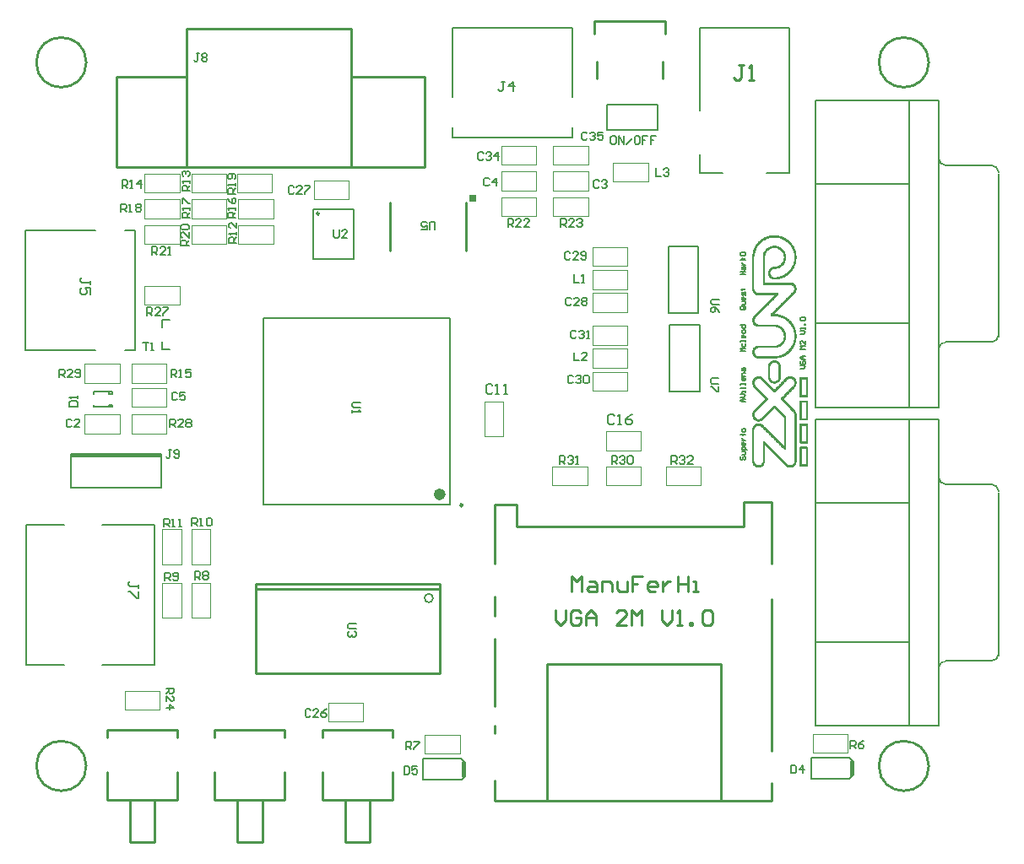
<source format=gto>
%FSLAX44Y44*%
%MOMM*%
G71*
G01*
G75*
%ADD10R,0.4064X2.1082*%
%ADD11R,4.1000X2.1082*%
%ADD12R,1.2000X1.4000*%
%ADD13R,1.4500X0.5500*%
%ADD14R,1.3000X1.5000*%
%ADD15R,1.4000X1.2000*%
%ADD16O,0.2500X1.5500*%
%ADD17O,1.5500X0.2500*%
%ADD18R,0.4064X1.3208*%
%ADD19R,1.8000X1.6000*%
%ADD20R,2.0000X1.1000*%
%ADD21R,2.0000X2.0000*%
%ADD22R,1.1000X2.0000*%
%ADD23R,2.1000X3.2000*%
%ADD24R,2.1000X0.9000*%
%ADD25R,1.0000X0.6000*%
%ADD26O,1.7000X0.6000*%
%ADD27C,0.2000*%
%ADD28C,0.5000*%
%ADD29C,0.4000*%
%ADD30C,1.0000*%
%ADD31C,2.5000*%
%ADD32C,2.0000*%
%ADD33R,1.5748X1.5748*%
%ADD34C,1.5748*%
%ADD35C,2.8448*%
%ADD36O,1.5000X2.2000*%
%ADD37O,2.2000X1.5000*%
%ADD38O,0.8500X2.0000*%
%ADD39O,1.0500X1.2500*%
%ADD40R,1.6900X1.6900*%
%ADD41C,1.6900*%
%ADD42C,4.7600*%
%ADD43O,0.8000X1.4220*%
%ADD44C,1.5000*%
%ADD45O,2.0000X4.5000*%
%ADD46O,4.5000X2.0000*%
%ADD47C,4.8000*%
%ADD48C,0.4000*%
%ADD49C,0.5500*%
%ADD50C,0.2540*%
%ADD51C,0.6000*%
%ADD52C,0.2500*%
%ADD53C,0.2032*%
%ADD54C,0.1000*%
%ADD55C,0.0254*%
%ADD56C,0.1500*%
%ADD57C,0.1270*%
%ADD58R,9.1186X0.3810*%
%ADD59R,0.6350X0.6350*%
D27*
X4668050Y1784400D02*
G03*
X4675000Y1791350I0J6950D01*
G01*
X4622000Y1784350D02*
G03*
X4615050Y1777400I0J-6950D01*
G01*
X4675000Y1954650D02*
G03*
X4668050Y1961600I-6950J0D01*
G01*
X4615050Y1968600D02*
G03*
X4622000Y1961650I6950J0D01*
G01*
X4668050Y2104400D02*
G03*
X4675000Y2111350I0J6950D01*
G01*
X4622000Y2104350D02*
G03*
X4615050Y2097400I0J-6950D01*
G01*
X4675000Y2274650D02*
G03*
X4668050Y2281600I-6950J0D01*
G01*
X4615050Y2288600D02*
G03*
X4622000Y2281650I6950J0D01*
G01*
X3782500Y2052500D02*
Y2054080D01*
Y2039920D02*
Y2041500D01*
Y2052500D02*
X3786500D01*
X3782500Y2041500D02*
X3786500D01*
X3767500Y2052500D02*
Y2054500D01*
X3786500Y2052500D02*
Y2054500D01*
X3767500Y2039500D02*
Y2041500D01*
X3786500Y2039500D02*
Y2041500D01*
X3767500Y2054500D02*
X3786500D01*
X3767500Y2039500D02*
X3786500D01*
X4529360Y1669936D02*
Y1682936D01*
X4487196Y1687000D02*
X4525296D01*
X4487196Y1666172D02*
X4525596D01*
X4487196D02*
Y1687000D01*
X4525296D02*
X4529360Y1682936D01*
X4525596Y1666172D02*
X4529360Y1669936D01*
X4136350Y1665172D02*
X4140114Y1668936D01*
X4136050Y1686000D02*
X4140114Y1681936D01*
X4097950Y1665172D02*
Y1686000D01*
Y1665172D02*
X4136350D01*
X4097950Y1686000D02*
X4136050D01*
X4140114Y1668936D02*
Y1681936D01*
X4491000Y1803000D02*
X4585000D01*
X4491000Y1943000D02*
X4585000D01*
X4622000Y1784350D02*
X4668000D01*
X4622000Y1961650D02*
X4668000D01*
X4615000Y1719000D02*
Y2027000D01*
X4491000Y1719000D02*
Y2027000D01*
X4675000Y1789700D02*
Y1953000D01*
X4491000Y2027000D02*
X4615000D01*
X4491000Y1719000D02*
X4615000D01*
X4585000D02*
Y2027000D01*
X4281900Y2317300D02*
X4332700D01*
Y2342700D01*
X4281900D02*
X4332700D01*
X4281900Y2317300D02*
Y2342700D01*
X3937500Y2128500D02*
X4124500D01*
X3937500Y1941500D02*
X4124500D01*
X3937500D02*
Y2128500D01*
X4124500Y1941500D02*
Y2128500D01*
X4491000Y2123000D02*
X4585000D01*
X4491000Y2263000D02*
X4585000D01*
X4622000Y2104350D02*
X4668000D01*
X4622000Y2281650D02*
X4668000D01*
X4615000Y2039000D02*
Y2347000D01*
X4491000Y2039000D02*
Y2347000D01*
X4675000Y2109700D02*
Y2273000D01*
X4491000Y2347000D02*
X4615000D01*
X4491000Y2039000D02*
X4615000D01*
X4585000D02*
Y2347000D01*
X4375000Y2337000D02*
Y2420000D01*
Y2274000D02*
Y2293000D01*
Y2274000D02*
X4398000D01*
X4375000Y2420000D02*
X4465000D01*
Y2274000D02*
Y2420000D01*
X4442000Y2274000D02*
X4465000Y2274000D01*
X4345000Y2054500D02*
X4375000D01*
X4345000Y2121500D02*
X4375000D01*
Y2054500D02*
Y2121500D01*
X4345000Y2054500D02*
Y2121500D01*
X4344000Y2133500D02*
Y2200500D01*
X4374000Y2133500D02*
Y2200500D01*
X4344000D02*
X4374000D01*
X4344000Y2133500D02*
X4374000D01*
X3836000Y2097000D02*
X3844000D01*
X3836000D02*
Y2105000D01*
Y2127000D02*
X3844000D01*
X3836000Y2119000D02*
Y2127000D01*
X3988000Y2188000D02*
Y2238000D01*
X4027940Y2188000D02*
Y2238000D01*
X3988000D02*
X4027940D01*
X3988000Y2188000D02*
X4027940D01*
X3812613Y1857543D02*
Y1860876D01*
Y1859210D01*
X3804282D01*
X3802616Y1860876D01*
Y1862542D01*
X3804282Y1864208D01*
X3812613Y1854211D02*
Y1847547D01*
X3810947D01*
X3804282Y1854211D01*
X3802616D01*
X3764317Y2162036D02*
Y2165368D01*
Y2163702D01*
X3755986D01*
X3754320Y2165368D01*
Y2167034D01*
X3755986Y2168700D01*
X3764317Y2152039D02*
Y2158703D01*
X3759319D01*
X3760984Y2155371D01*
Y2153705D01*
X3759319Y2152039D01*
X3755986D01*
X3754320Y2153705D01*
Y2157037D01*
X3755986Y2158703D01*
X4179695Y2365787D02*
X4176362D01*
X4178028D01*
Y2357456D01*
X4176362Y2355790D01*
X4174696D01*
X4173030Y2357456D01*
X4188025Y2355790D02*
Y2365787D01*
X4183027Y2360788D01*
X4189691D01*
X4167550Y2060475D02*
X4165884Y2062141D01*
X4162552D01*
X4160886Y2060475D01*
Y2053810D01*
X4162552Y2052144D01*
X4165884D01*
X4167550Y2053810D01*
X4170883Y2052144D02*
X4174215D01*
X4172549D01*
Y2062141D01*
X4170883Y2060475D01*
X4179213Y2052144D02*
X4182546D01*
X4180880D01*
Y2062141D01*
X4179213Y2060475D01*
X4289612Y2030425D02*
X4287946Y2032091D01*
X4284614D01*
X4282948Y2030425D01*
Y2023760D01*
X4284614Y2022094D01*
X4287946D01*
X4289612Y2023760D01*
X4292945Y2022094D02*
X4296277D01*
X4294611D01*
Y2032091D01*
X4292945Y2030425D01*
X4307940Y2032091D02*
X4304608Y2030425D01*
X4301275Y2027092D01*
Y2023760D01*
X4302942Y2022094D01*
X4306274D01*
X4307940Y2023760D01*
Y2025426D01*
X4306274Y2027092D01*
X4301275D01*
D50*
X3760000Y2385000D02*
G03*
X3760000Y2385000I-25000J0D01*
G01*
X4605000D02*
G03*
X4605000Y2385000I-25000J0D01*
G01*
X3760000Y1679000D02*
G03*
X3760000Y1679000I-25000J0D01*
G01*
X4605000D02*
G03*
X4605000Y1679000I-25000J0D01*
G01*
X3889000Y1707500D02*
Y1715000D01*
X3959000D01*
Y1707500D02*
Y1715000D01*
X3889000Y1645000D02*
Y1672500D01*
Y1645000D02*
X3959000D01*
Y1672500D01*
X3911500Y1602500D02*
Y1645000D01*
Y1602500D02*
X3936500D01*
Y1645000D01*
X3997000Y1707500D02*
Y1715000D01*
X4067000D01*
Y1707500D02*
Y1715000D01*
X3997000Y1645000D02*
Y1672500D01*
Y1645000D02*
X4067000D01*
Y1672500D01*
X4019500Y1602500D02*
Y1645000D01*
Y1602500D02*
X4044500D01*
Y1645000D01*
X4338020Y2368999D02*
Y2385509D01*
X4271980Y2368999D02*
Y2385509D01*
X4340560Y2413450D02*
Y2426149D01*
X4269440D02*
X4340560D01*
X4269440Y2413450D02*
Y2426149D01*
X4527074Y1669220D02*
Y1684206D01*
X4137828Y1668220D02*
Y1683206D01*
X4114980Y1772110D02*
Y1861750D01*
X3930254Y1772110D02*
X4114980D01*
X3930694Y1861750D02*
X4114980D01*
X3930254Y1861310D02*
X3930694Y1861750D01*
X3930254Y1772110D02*
Y1861310D01*
Y1856370D02*
X4114980D01*
X3828500Y1602500D02*
Y1645000D01*
X3803500Y1602500D02*
X3828500D01*
X3803500D02*
Y1645000D01*
X3851000D02*
Y1672500D01*
X3781000Y1645000D02*
X3851000D01*
X3781000D02*
Y1672500D01*
X3851000Y1707500D02*
Y1715000D01*
X3781000D02*
X3851000D01*
X3781000Y1707500D02*
Y1715000D01*
X4064500Y2196190D02*
Y2244450D01*
X4140700Y2196190D02*
Y2244450D01*
X4397000Y1644069D02*
Y1781569D01*
X4222000D02*
X4397000D01*
X4222000Y1644069D02*
Y1781569D01*
X4169500Y1711569D02*
Y1719069D01*
Y1739069D02*
Y1806569D01*
Y1829069D02*
Y1849069D01*
Y1881569D02*
Y1941569D01*
X4192000D01*
Y1919069D02*
Y1941569D01*
Y1919069D02*
X4419500D01*
Y1944069D01*
X4447000D01*
Y1881569D02*
Y1944069D01*
Y1694069D02*
Y1846569D01*
Y1644069D02*
Y1661569D01*
X4169500Y1644069D02*
X4447000D01*
X4169500D02*
Y1664069D01*
X3860260Y2418710D02*
X3879310D01*
X3860260D02*
X3860260Y2418710D01*
Y2389500D02*
Y2418710D01*
X4006310Y2418710D02*
X4025360D01*
X4025360Y2418710D01*
Y2389500D02*
Y2418710D01*
X3879310Y2418710D02*
X4006310D01*
X4025360Y2370450D02*
X4044410D01*
X4099020D01*
Y2280280D02*
Y2370450D01*
X4025360Y2280280D02*
X4099020D01*
X3790410Y2370450D02*
X3860260D01*
X3790410Y2280280D02*
Y2370450D01*
Y2280280D02*
X3860260D01*
Y2389500D01*
Y2280280D02*
X4025360D01*
Y2389500D01*
X4419157Y2382142D02*
X4414078D01*
X4416617D01*
Y2369446D01*
X4414078Y2366907D01*
X4411539D01*
X4409000Y2369446D01*
X4424235Y2366907D02*
X4429313D01*
X4426774D01*
Y2382142D01*
X4424235Y2379603D01*
X4247000Y1854000D02*
Y1869235D01*
X4252078Y1864157D01*
X4257157Y1869235D01*
Y1854000D01*
X4264774Y1864157D02*
X4269853D01*
X4272392Y1861617D01*
Y1854000D01*
X4264774D01*
X4262235Y1856539D01*
X4264774Y1859078D01*
X4272392D01*
X4277470Y1854000D02*
Y1864157D01*
X4285088D01*
X4287627Y1861617D01*
Y1854000D01*
X4292705Y1864157D02*
Y1856539D01*
X4295244Y1854000D01*
X4302862D01*
Y1864157D01*
X4318097Y1869235D02*
X4307940D01*
Y1861617D01*
X4313018D01*
X4307940D01*
Y1854000D01*
X4330793D02*
X4325714D01*
X4323175Y1856539D01*
Y1861617D01*
X4325714Y1864157D01*
X4330793D01*
X4333332Y1861617D01*
Y1859078D01*
X4323175D01*
X4338410Y1864157D02*
Y1854000D01*
Y1859078D01*
X4340950Y1861617D01*
X4343489Y1864157D01*
X4346028D01*
X4353646Y1869235D02*
Y1854000D01*
Y1861617D01*
X4363802D01*
Y1869235D01*
Y1854000D01*
X4368881D02*
X4373959D01*
X4371420D01*
Y1864157D01*
X4368881D01*
X4231000Y1835235D02*
Y1825078D01*
X4236078Y1820000D01*
X4241157Y1825078D01*
Y1835235D01*
X4256392Y1832696D02*
X4253853Y1835235D01*
X4248774D01*
X4246235Y1832696D01*
Y1822539D01*
X4248774Y1820000D01*
X4253853D01*
X4256392Y1822539D01*
Y1827617D01*
X4251313D01*
X4261470Y1820000D02*
Y1830157D01*
X4266548Y1835235D01*
X4271627Y1830157D01*
Y1820000D01*
Y1827617D01*
X4261470D01*
X4302097Y1820000D02*
X4291940D01*
X4302097Y1830157D01*
Y1832696D01*
X4299558Y1835235D01*
X4294479D01*
X4291940Y1832696D01*
X4307175Y1820000D02*
Y1835235D01*
X4312254Y1830157D01*
X4317332Y1835235D01*
Y1820000D01*
X4337646Y1835235D02*
Y1825078D01*
X4342724Y1820000D01*
X4347802Y1825078D01*
Y1835235D01*
X4352881Y1820000D02*
X4357959D01*
X4355420D01*
Y1835235D01*
X4352881Y1832696D01*
X4365576Y1820000D02*
Y1822539D01*
X4368116D01*
Y1820000D01*
X4365576D01*
X4378272Y1832696D02*
X4380811Y1835235D01*
X4385890D01*
X4388429Y1832696D01*
Y1822539D01*
X4385890Y1820000D01*
X4380811D01*
X4378272Y1822539D01*
Y1832696D01*
D51*
X4117500Y1951500D02*
G03*
X4117500Y1951500I-3000J0D01*
G01*
D52*
X4137500Y1940750D02*
G03*
X4137500Y1940750I-1250J0D01*
G01*
X3993630Y2233320D02*
G03*
X3993630Y2233320I-1250J0D01*
G01*
D53*
X4107868Y1847480D02*
G03*
X4107868Y1847480I-4318J0D01*
G01*
X3700000Y1780388D02*
Y1921104D01*
Y1780388D02*
X3738100D01*
X3828270D02*
Y1921104D01*
X3700000D02*
X3738100D01*
X3776200D02*
X3828270D01*
X3776200Y1780388D02*
X3828270D01*
X3700000D02*
Y1921104D01*
Y1780388D02*
X3738100D01*
X3828270D02*
Y1921104D01*
X3700000D02*
X3738100D01*
X3776200D02*
X3828270D01*
X3776200Y1780388D02*
X3828270D01*
X3799024Y2096000D02*
X3809184D01*
X3699000D02*
X3769052D01*
X3699000D02*
Y2216198D01*
X3799024D02*
X3809184D01*
X3699000D02*
X3769052D01*
X3809184Y2096000D02*
Y2216198D01*
X4127000Y2309816D02*
X4247198D01*
Y2349948D02*
Y2420000D01*
Y2309816D02*
Y2319976D01*
X4127000Y2420000D02*
X4247198D01*
X4127000Y2349948D02*
Y2420000D01*
Y2309816D02*
Y2319976D01*
X3835466Y1958000D02*
Y1992050D01*
X3744750Y1958000D02*
X3835466D01*
X3744750D02*
Y1992050D01*
X3835466D01*
D54*
X4267500Y2157500D02*
X4302500D01*
Y2176500D01*
X4267500D02*
X4302500D01*
X4267500Y2157500D02*
Y2176500D01*
X3758500Y2031500D02*
X3793500D01*
X3758500Y2012500D02*
Y2031500D01*
Y2012500D02*
X3793500D01*
Y2031500D01*
X4228500Y2275500D02*
X4263500D01*
X4228500Y2256500D02*
Y2275500D01*
Y2256500D02*
X4263500D01*
Y2275500D01*
X4176500D02*
X4211500D01*
X4176500Y2256500D02*
Y2275500D01*
Y2256500D02*
X4211500D01*
Y2275500D01*
X3805500Y2039500D02*
X3840500D01*
Y2058500D01*
X3805500D02*
X3840500D01*
X3805500Y2039500D02*
Y2058500D01*
X4002500Y1742500D02*
X4037500D01*
X4002500Y1723500D02*
Y1742500D01*
Y1723500D02*
X4037500D01*
Y1742500D01*
X3988500Y2247500D02*
X4023500D01*
Y2266500D01*
X3988500D02*
X4023500D01*
X3988500Y2247500D02*
Y2266500D01*
X4267500Y2153500D02*
X4302500D01*
X4267500Y2134500D02*
Y2153500D01*
Y2134500D02*
X4302500D01*
Y2153500D01*
X4267500Y2199500D02*
X4302500D01*
X4267500Y2180500D02*
Y2199500D01*
Y2180500D02*
X4302500D01*
Y2199500D01*
X4267500Y2074500D02*
X4302500D01*
X4267500Y2055500D02*
Y2074500D01*
Y2055500D02*
X4302500D01*
Y2074500D01*
X4267500Y2120500D02*
X4302500D01*
X4267500Y2101500D02*
Y2120500D01*
Y2101500D02*
X4302500D01*
Y2120500D01*
X4176500Y2301500D02*
X4211500D01*
X4176500Y2282500D02*
Y2301500D01*
Y2282500D02*
X4211500D01*
Y2301500D01*
X4228500D02*
X4263500D01*
X4228500Y2282500D02*
Y2301500D01*
Y2282500D02*
X4263500D01*
Y2301500D01*
X4302500Y2078500D02*
Y2097500D01*
X4267500Y2078500D02*
X4302500D01*
X4267500D02*
Y2097500D01*
X4302500D01*
X4288500Y2265500D02*
X4323500D01*
Y2284500D01*
X4288500D02*
X4323500D01*
X4288500Y2265500D02*
Y2284500D01*
X4489000Y1692086D02*
X4524000D01*
Y1711086D01*
X4489000D02*
X4524000D01*
X4489000Y1692086D02*
Y1711086D01*
X4099754Y1691086D02*
X4134754D01*
Y1710086D01*
X4099754D02*
X4134754D01*
X4099754Y1691086D02*
Y1710086D01*
X3884500Y1827500D02*
Y1862500D01*
X3865500D02*
X3884500D01*
X3865500Y1827500D02*
Y1862500D01*
Y1827500D02*
X3884500D01*
X3855500D02*
Y1862500D01*
X3836500D02*
X3855500D01*
X3836500Y1827500D02*
Y1862500D01*
Y1827500D02*
X3855500D01*
X3884500Y1881500D02*
Y1916500D01*
X3865500D02*
X3884500D01*
X3865500Y1881500D02*
Y1916500D01*
Y1881500D02*
X3884500D01*
X3855500D02*
Y1916500D01*
X3836500D02*
X3855500D01*
X3836500Y1881500D02*
Y1916500D01*
Y1881500D02*
X3855500D01*
X3805500Y2082500D02*
X3840500D01*
X3805500Y2063500D02*
Y2082500D01*
Y2063500D02*
X3840500D01*
Y2082500D01*
X4176500Y2230500D02*
X4211500D01*
Y2249500D01*
X4176500D02*
X4211500D01*
X4176500Y2230500D02*
Y2249500D01*
X4228500Y2230500D02*
X4263500D01*
Y2249500D01*
X4228500D02*
X4263500D01*
X4228500Y2230500D02*
Y2249500D01*
X3798500Y1754500D02*
X3833500D01*
X3798500Y1735500D02*
Y1754500D01*
Y1735500D02*
X3833500D01*
Y1754500D01*
X3818500Y2160500D02*
X3853500D01*
X3818500Y2141500D02*
Y2160500D01*
Y2141500D02*
X3853500D01*
Y2160500D01*
X3805500Y2031500D02*
X3840500D01*
X3805500Y2012500D02*
Y2031500D01*
Y2012500D02*
X3840500D01*
Y2031500D01*
X3758500Y2082500D02*
X3793500D01*
X3758500Y2063500D02*
Y2082500D01*
Y2063500D02*
X3793500D01*
Y2082500D01*
X4281500Y1979500D02*
X4316500D01*
X4281500Y1960500D02*
Y1979500D01*
Y1960500D02*
X4316500D01*
Y1979500D01*
X4227500D02*
X4262500D01*
X4227500Y1960500D02*
Y1979500D01*
Y1960500D02*
X4262500D01*
Y1979500D01*
X4341500Y1960500D02*
X4376500D01*
Y1979500D01*
X4341500D02*
X4376500D01*
X4341500Y1960500D02*
Y1979500D01*
X4159500Y2009500D02*
Y2044500D01*
Y2009500D02*
X4178500D01*
Y2044500D01*
X4159500D02*
X4178500D01*
X4281500Y2014500D02*
X4316500D01*
X4281500Y1995500D02*
Y2014500D01*
Y1995500D02*
X4316500D01*
Y2014500D01*
X3912500Y2221500D02*
X3947500D01*
X3912500Y2202500D02*
Y2221500D01*
Y2202500D02*
X3947500D01*
Y2221500D01*
X3865500Y2254500D02*
X3900500D01*
Y2273500D01*
X3865500D02*
X3900500D01*
X3865500Y2254500D02*
Y2273500D01*
X3818500Y2254500D02*
X3853500D01*
Y2273500D01*
X3818500D02*
X3853500D01*
X3818500Y2254500D02*
Y2273500D01*
X3912500Y2247500D02*
X3947500D01*
X3912500Y2228500D02*
Y2247500D01*
Y2228500D02*
X3947500D01*
Y2247500D01*
X3865500Y2228500D02*
X3900500D01*
Y2247500D01*
X3865500D02*
X3900500D01*
X3865500Y2228500D02*
Y2247500D01*
X3818500Y2228500D02*
X3853500D01*
Y2247500D01*
X3818500D02*
X3853500D01*
X3818500Y2228500D02*
Y2247500D01*
X3911500Y2273500D02*
X3946500D01*
X3911500Y2254500D02*
Y2273500D01*
Y2254500D02*
X3946500D01*
Y2273500D01*
X3865500Y2202500D02*
X3900500D01*
Y2221500D01*
X3865500D02*
X3900500D01*
X3865500Y2202500D02*
Y2221500D01*
X3818500Y2202500D02*
X3853500D01*
Y2221500D01*
X3818500D02*
X3853500D01*
X3818500Y2202500D02*
Y2221500D01*
D55*
X4428088Y1983480D02*
Y2018278D01*
Y2029962D02*
Y2033518D01*
Y2061966D02*
Y2065522D01*
Y2092954D02*
Y2096510D01*
Y2124704D02*
Y2128260D01*
Y2156454D02*
Y2193030D01*
X4428342Y1982718D02*
Y2019040D01*
Y2029200D02*
Y2033772D01*
Y2061458D02*
Y2066030D01*
Y2092446D02*
Y2097018D01*
Y2124196D02*
Y2128768D01*
Y2155692D02*
Y2194046D01*
X4428596Y1982464D02*
Y2019294D01*
Y2028946D02*
Y2034534D01*
Y2060950D02*
Y2066538D01*
Y2091938D02*
Y2097526D01*
Y2123688D02*
Y2129276D01*
Y2155438D02*
Y2195062D01*
X4428850Y1981956D02*
Y2019802D01*
Y2028438D02*
Y2034788D01*
Y2060696D02*
Y2067046D01*
Y2091684D02*
Y2097780D01*
Y2123180D02*
Y2129530D01*
Y2154930D02*
Y2195824D01*
X4429104Y1981448D02*
Y2020310D01*
Y2027930D02*
Y2035550D01*
Y2059934D02*
Y2067554D01*
Y2091176D02*
Y2098542D01*
Y2122672D02*
Y2130292D01*
Y2154422D02*
Y2197094D01*
X4429358Y1981194D02*
Y1984496D01*
Y2017262D02*
Y2020564D01*
Y2027676D02*
Y2030978D01*
Y2032248D02*
Y2035550D01*
Y2059680D02*
Y2062982D01*
Y2064252D02*
Y2067808D01*
Y2090668D02*
Y2094224D01*
Y2095240D02*
Y2098796D01*
Y2122418D02*
Y2125720D01*
Y2126990D02*
Y2130292D01*
Y2154168D02*
Y2157470D01*
Y2190998D02*
Y2197602D01*
X4429612Y1980940D02*
Y1983734D01*
Y2018024D02*
Y2020818D01*
Y2027168D02*
Y2030216D01*
Y2033264D02*
Y2035804D01*
Y2059426D02*
Y2062220D01*
Y2065268D02*
Y2068062D01*
Y2090414D02*
Y2093208D01*
Y2096256D02*
Y2098796D01*
Y2122164D02*
Y2124958D01*
Y2128006D02*
Y2130546D01*
Y2153914D02*
Y2156708D01*
Y2193030D02*
Y2198110D01*
X4429866Y1980686D02*
Y1982972D01*
Y2018786D02*
Y2021072D01*
Y2027168D02*
Y2029454D01*
Y2033518D02*
Y2036058D01*
Y2059172D02*
Y2061712D01*
Y2065776D02*
Y2068062D01*
Y2090160D02*
Y2092700D01*
Y2096510D02*
Y2099050D01*
Y2121910D02*
Y2124450D01*
Y2128260D02*
Y2130800D01*
Y2153660D02*
Y2155946D01*
Y2194046D02*
Y2198364D01*
X4430120Y1980432D02*
Y1982718D01*
Y2019040D02*
Y2021326D01*
Y2026914D02*
Y2029200D01*
Y2034026D02*
Y2036566D01*
Y2058664D02*
Y2061204D01*
Y2066030D02*
Y2068570D01*
Y2090160D02*
Y2092446D01*
Y2097018D02*
Y2099558D01*
Y2121656D02*
Y2124196D01*
Y2128768D02*
Y2131308D01*
Y2153406D02*
Y2155692D01*
Y2194808D02*
Y2199380D01*
X4430374Y1980178D02*
Y1982210D01*
Y2019548D02*
Y2021580D01*
Y2026660D02*
Y2028438D01*
Y2034534D02*
Y2036566D01*
Y2058664D02*
Y2060696D01*
Y2066792D02*
Y2068570D01*
Y2089906D02*
Y2091684D01*
Y2097526D02*
Y2099812D01*
Y2121656D02*
Y2123434D01*
Y2129276D02*
Y2131308D01*
Y2153152D02*
Y2155184D01*
Y2196078D02*
Y2199634D01*
X4430628Y1980178D02*
Y1981956D01*
Y2019802D02*
Y2021580D01*
Y2026406D02*
Y2028438D01*
Y2034788D02*
Y2036820D01*
Y2058410D02*
Y2060442D01*
Y2066792D02*
Y2068824D01*
Y2089652D02*
Y2091430D01*
Y2097780D02*
Y2099812D01*
Y2121402D02*
Y2123180D01*
Y2129530D02*
Y2131562D01*
Y2153152D02*
Y2154930D01*
Y2196840D02*
Y2200142D01*
X4430882Y1979924D02*
Y1981702D01*
Y2020056D02*
Y2021834D01*
Y2026406D02*
Y2028184D01*
Y2035042D02*
Y2037074D01*
Y2058156D02*
Y2060188D01*
Y2067046D02*
Y2069078D01*
Y2089652D02*
Y2091430D01*
Y2098034D02*
Y2099812D01*
Y2121148D02*
Y2123180D01*
Y2129784D02*
Y2131816D01*
Y2152898D02*
Y2154676D01*
Y2197094D02*
Y2200396D01*
X4431136Y1979670D02*
Y1981702D01*
Y2020056D02*
Y2022088D01*
Y2026152D02*
Y2027930D01*
Y2035296D02*
Y2037582D01*
Y2057648D02*
Y2059934D01*
Y2067300D02*
Y2069078D01*
Y2089398D02*
Y2091176D01*
Y2098288D02*
Y2100066D01*
Y2120894D02*
Y2122926D01*
Y2130038D02*
Y2132324D01*
Y2152644D02*
Y2154676D01*
Y2197856D02*
Y2201412D01*
X4431390Y1979416D02*
Y1981194D01*
Y2020564D02*
Y2022342D01*
Y2026152D02*
Y2027676D01*
Y2035550D02*
Y2037582D01*
Y2057648D02*
Y2059680D01*
Y2067554D02*
Y2069078D01*
Y2089144D02*
Y2090922D01*
Y2098542D02*
Y2100066D01*
Y2120894D02*
Y2122672D01*
Y2130292D02*
Y2132324D01*
Y2152644D02*
Y2154168D01*
Y2198618D02*
Y2201412D01*
X4431644Y1979416D02*
Y1981194D01*
Y2020564D02*
Y2022342D01*
Y2026152D02*
Y2027422D01*
Y2035804D02*
Y2037836D01*
Y2057394D02*
Y2059426D01*
Y2067808D02*
Y2069332D01*
Y2089144D02*
Y2090668D01*
Y2098542D02*
Y2100320D01*
Y2120894D02*
Y2122418D01*
Y2130546D02*
Y2132578D01*
Y2152390D02*
Y2154168D01*
Y2199126D02*
Y2201920D01*
X4431898Y1979416D02*
Y1980940D01*
Y2020818D02*
Y2022342D01*
Y2025898D02*
Y2027422D01*
Y2036058D02*
Y2038090D01*
Y2057140D02*
Y2059172D01*
Y2067808D02*
Y2069332D01*
Y2089144D02*
Y2090668D01*
Y2098796D02*
Y2100320D01*
Y2120894D02*
Y2122164D01*
Y2130800D02*
Y2132832D01*
Y2152390D02*
Y2153914D01*
Y2199380D02*
Y2202174D01*
X4432152Y1979416D02*
Y1980940D01*
Y2020818D02*
Y2022342D01*
Y2025644D02*
Y2027422D01*
Y2036312D02*
Y2038598D01*
Y2056632D02*
Y2058918D01*
Y2067808D02*
Y2069586D01*
Y2089144D02*
Y2090414D01*
Y2098796D02*
Y2100574D01*
Y2120640D02*
Y2122164D01*
Y2131054D02*
Y2133340D01*
Y2152390D02*
Y2153914D01*
Y2199888D02*
Y2202682D01*
X4432406Y1979416D02*
Y1980686D01*
Y2021072D02*
Y2022342D01*
Y2025644D02*
Y2027168D01*
Y2036566D02*
Y2038598D01*
Y2056632D02*
Y2058664D01*
Y2068062D02*
Y2069586D01*
Y2088890D02*
Y2090414D01*
Y2099050D02*
Y2100574D01*
Y2120640D02*
Y2122164D01*
Y2131308D02*
Y2133340D01*
Y2152390D02*
Y2153660D01*
Y2200396D02*
Y2202936D01*
X4432660Y1979416D02*
Y1980686D01*
Y2021072D02*
Y2022596D01*
Y2025644D02*
Y2027168D01*
Y2036820D02*
Y2038852D01*
Y2056378D02*
Y2058410D01*
Y2068062D02*
Y2069586D01*
Y2088890D02*
Y2090414D01*
Y2099050D02*
Y2100574D01*
Y2120640D02*
Y2122164D01*
Y2131562D02*
Y2133594D01*
Y2152390D02*
Y2153660D01*
Y2200904D02*
Y2203190D01*
X4432914Y1979162D02*
Y1980686D01*
Y2021072D02*
Y2022596D01*
Y2025644D02*
Y2027168D01*
Y2037074D02*
Y2039106D01*
Y2056124D02*
Y2058156D01*
Y2068316D02*
Y2069840D01*
Y2088890D02*
Y2090414D01*
Y2099304D02*
Y2100828D01*
Y2120640D02*
Y2122164D01*
Y2131816D02*
Y2133848D01*
Y2152136D02*
Y2153660D01*
Y2201158D02*
Y2203444D01*
X4433168Y1979162D02*
Y1980686D01*
Y2021072D02*
Y2022596D01*
Y2025390D02*
Y2027168D01*
Y2037328D02*
Y2039614D01*
Y2055616D02*
Y2057902D01*
Y2068316D02*
Y2069840D01*
Y2088890D02*
Y2090414D01*
Y2099304D02*
Y2100828D01*
Y2120386D02*
Y2121910D01*
Y2132070D02*
Y2134356D01*
Y2152136D02*
Y2153660D01*
Y2201158D02*
Y2203952D01*
X4433422Y1979162D02*
Y1980686D01*
Y2021072D02*
Y2022596D01*
Y2025390D02*
Y2026914D01*
Y2037582D02*
Y2039614D01*
Y2055616D02*
Y2057648D01*
Y2068316D02*
Y2069840D01*
Y2088636D02*
Y2090160D01*
Y2099304D02*
Y2100828D01*
Y2120386D02*
Y2121910D01*
Y2132324D02*
Y2134356D01*
Y2152136D02*
Y2153660D01*
Y2201920D02*
Y2204206D01*
X4433676Y1979162D02*
Y1980686D01*
Y2021072D02*
Y2022596D01*
Y2025390D02*
Y2026914D01*
Y2037836D02*
Y2039868D01*
Y2055362D02*
Y2057394D01*
Y2068316D02*
Y2069840D01*
Y2088636D02*
Y2090160D01*
Y2099304D02*
Y2100828D01*
Y2120386D02*
Y2121910D01*
Y2132578D02*
Y2134610D01*
Y2152136D02*
Y2153660D01*
Y2202174D02*
Y2204460D01*
X4433930Y1979162D02*
Y1980686D01*
Y2021072D02*
Y2022596D01*
Y2025390D02*
Y2026914D01*
Y2038090D02*
Y2040122D01*
Y2055108D02*
Y2057140D01*
Y2068316D02*
Y2069840D01*
Y2088636D02*
Y2090160D01*
Y2099304D02*
Y2100828D01*
Y2120386D02*
Y2121910D01*
Y2132832D02*
Y2134864D01*
Y2152136D02*
Y2153660D01*
Y2202428D02*
Y2204460D01*
X4434184Y1979162D02*
Y1980686D01*
Y2021072D02*
Y2022596D01*
Y2025390D02*
Y2026914D01*
Y2038344D02*
Y2040630D01*
Y2054600D02*
Y2056886D01*
Y2068316D02*
Y2069840D01*
Y2088636D02*
Y2090160D01*
Y2099304D02*
Y2100828D01*
Y2120386D02*
Y2121910D01*
Y2133086D02*
Y2135372D01*
Y2152136D02*
Y2153660D01*
Y2202682D02*
Y2205222D01*
X4434438Y1979162D02*
Y1980686D01*
Y2021072D02*
Y2022596D01*
Y2025390D02*
Y2026914D01*
Y2038598D02*
Y2040630D01*
Y2054600D02*
Y2056632D01*
Y2068316D02*
Y2069840D01*
Y2088636D02*
Y2090160D01*
Y2099304D02*
Y2100828D01*
Y2120386D02*
Y2121910D01*
Y2133340D02*
Y2135372D01*
Y2152136D02*
Y2153660D01*
Y2203190D02*
Y2205476D01*
X4434692Y1979162D02*
Y1980686D01*
Y2021072D02*
Y2022596D01*
Y2025390D02*
Y2026914D01*
Y2038852D02*
Y2040884D01*
Y2054346D02*
Y2056378D01*
Y2068316D02*
Y2069840D01*
Y2088636D02*
Y2090160D01*
Y2099304D02*
Y2100828D01*
Y2120386D02*
Y2121910D01*
Y2133594D02*
Y2135626D01*
Y2152136D02*
Y2153660D01*
Y2203444D02*
Y2205476D01*
X4434946Y1979162D02*
Y1980686D01*
Y2021072D02*
Y2022596D01*
Y2025644D02*
Y2027168D01*
Y2039360D02*
Y2041138D01*
Y2054092D02*
Y2056124D01*
Y2068316D02*
Y2069840D01*
Y2088636D02*
Y2090160D01*
Y2099304D02*
Y2100828D01*
Y2120386D02*
Y2121910D01*
Y2133848D02*
Y2135880D01*
Y2152136D02*
Y2153660D01*
Y2203698D02*
Y2205476D01*
X4435200Y1979162D02*
Y1980686D01*
Y2021072D02*
Y2022596D01*
Y2025644D02*
Y2027168D01*
Y2039360D02*
Y2041646D01*
Y2053584D02*
Y2055870D01*
Y2068062D02*
Y2069840D01*
Y2088636D02*
Y2090160D01*
Y2099304D02*
Y2100828D01*
Y2120386D02*
Y2121910D01*
Y2134102D02*
Y2136388D01*
Y2152136D02*
Y2153660D01*
Y2203952D02*
Y2205984D01*
X4435454Y1979416D02*
Y1980686D01*
Y2021072D02*
Y2022342D01*
Y2025644D02*
Y2027168D01*
Y2039868D02*
Y2041900D01*
Y2053584D02*
Y2055616D01*
Y2068062D02*
Y2069586D01*
Y2088636D02*
Y2090160D01*
Y2099304D02*
Y2100828D01*
Y2120386D02*
Y2121910D01*
Y2134356D02*
Y2136388D01*
Y2152136D02*
Y2153660D01*
Y2204206D02*
Y2206238D01*
X4435708Y1979416D02*
Y1980940D01*
Y2020818D02*
Y2022342D01*
Y2025644D02*
Y2027422D01*
Y2040122D02*
Y2042154D01*
Y2053330D02*
Y2055362D01*
Y2068062D02*
Y2069586D01*
Y2088636D02*
Y2090160D01*
Y2099304D02*
Y2100828D01*
Y2120386D02*
Y2121910D01*
Y2134610D02*
Y2136642D01*
Y2152136D02*
Y2153660D01*
Y2204460D02*
Y2206492D01*
X4435962Y1979416D02*
Y1980940D01*
Y2020818D02*
Y2022342D01*
Y2025898D02*
Y2027422D01*
Y2040376D02*
Y2042408D01*
Y2053076D02*
Y2055108D01*
Y2067808D02*
Y2069586D01*
Y2088636D02*
Y2090160D01*
Y2099304D02*
Y2100828D01*
Y2120386D02*
Y2121910D01*
Y2134864D02*
Y2136896D01*
Y2152136D02*
Y2153660D01*
Y2204714D02*
Y2206492D01*
X4436216Y1979416D02*
Y1981194D01*
Y2020564D02*
Y2022342D01*
Y2025898D02*
Y2027422D01*
Y2040376D02*
Y2042662D01*
Y2052568D02*
Y2054854D01*
Y2067808D02*
Y2069332D01*
Y2088636D02*
Y2090160D01*
Y2099304D02*
Y2100828D01*
Y2120386D02*
Y2121910D01*
Y2135118D02*
Y2137404D01*
Y2152136D02*
Y2153660D01*
Y2204714D02*
Y2206746D01*
X4436470Y1979670D02*
Y1981448D01*
Y2020310D02*
Y2022088D01*
Y2026152D02*
Y2027676D01*
Y2040884D02*
Y2042916D01*
Y2052568D02*
Y2054600D01*
Y2067554D02*
Y2069078D01*
Y2088636D02*
Y2090160D01*
Y2099304D02*
Y2100828D01*
Y2120386D02*
Y2121910D01*
Y2135372D02*
Y2137404D01*
Y2152136D02*
Y2153660D01*
Y2205222D02*
Y2207000D01*
X4436724Y1979670D02*
Y1981448D01*
Y2020056D02*
Y2022088D01*
Y2026152D02*
Y2027930D01*
Y2041138D02*
Y2043170D01*
Y2052314D02*
Y2054346D01*
Y2067554D02*
Y2069078D01*
Y2088636D02*
Y2090160D01*
Y2099304D02*
Y2100828D01*
Y2120386D02*
Y2121910D01*
Y2135626D02*
Y2137658D01*
Y2152136D02*
Y2153660D01*
Y2205222D02*
Y2207254D01*
X4436978Y1979924D02*
Y1981702D01*
Y2020056D02*
Y2021834D01*
Y2026152D02*
Y2028184D01*
Y2041392D02*
Y2043424D01*
Y2052060D02*
Y2054092D01*
Y2067300D02*
Y2069078D01*
Y2088636D02*
Y2090160D01*
Y2099304D02*
Y2100828D01*
Y2120386D02*
Y2121910D01*
Y2135880D02*
Y2137912D01*
Y2152136D02*
Y2153660D01*
Y2205476D02*
Y2207508D01*
X4437232Y1979924D02*
Y1981956D01*
Y2019802D02*
Y2021834D01*
Y2026406D02*
Y2028438D01*
Y2041392D02*
Y2043678D01*
Y2051552D02*
Y2053838D01*
Y2066792D02*
Y2069078D01*
Y2088636D02*
Y2090160D01*
Y2099304D02*
Y2100828D01*
Y2120386D02*
Y2121910D01*
Y2136134D02*
Y2138420D01*
Y2152136D02*
Y2153660D01*
Y2205730D02*
Y2207508D01*
X4437486Y1980432D02*
Y1982464D01*
Y2019548D02*
Y2021326D01*
Y2026660D02*
Y2028438D01*
Y2041900D02*
Y2043932D01*
Y2051552D02*
Y2053584D01*
Y2066792D02*
Y2068570D01*
Y2088636D02*
Y2090160D01*
Y2099304D02*
Y2100828D01*
Y2120386D02*
Y2121910D01*
Y2136388D02*
Y2138420D01*
Y2152136D02*
Y2153660D01*
Y2205984D02*
Y2207762D01*
X4437740Y1980432D02*
Y1982718D01*
Y2019294D02*
Y2021326D01*
Y2026914D02*
Y2028692D01*
Y2042154D02*
Y2044186D01*
Y2051298D02*
Y2053330D01*
Y2066538D02*
Y2068570D01*
Y2088636D02*
Y2090160D01*
Y2099304D02*
Y2100828D01*
Y2120386D02*
Y2121910D01*
Y2136642D02*
Y2138674D01*
Y2152136D02*
Y2153660D01*
Y2206238D02*
Y2207762D01*
X4437994Y1980432D02*
Y1982972D01*
Y2019040D02*
Y2021326D01*
Y2027168D02*
Y2028946D01*
Y2042408D02*
Y2044440D01*
Y2051044D02*
Y2053076D01*
Y2066284D02*
Y2068316D01*
Y2088636D02*
Y2090160D01*
Y2099304D02*
Y2100828D01*
Y2120386D02*
Y2121910D01*
Y2136896D02*
Y2138928D01*
Y2152136D02*
Y2153660D01*
Y2206238D02*
Y2208016D01*
X4438248Y1980686D02*
Y1983988D01*
Y2018786D02*
Y2021072D01*
Y2027168D02*
Y2029454D01*
Y2042408D02*
Y2044694D01*
Y2050536D02*
Y2052822D01*
Y2065776D02*
Y2068062D01*
Y2088636D02*
Y2090160D01*
Y2099304D02*
Y2100828D01*
Y2120386D02*
Y2121910D01*
Y2137150D02*
Y2139436D01*
Y2152136D02*
Y2153660D01*
Y2206238D02*
Y2208270D01*
X4438502Y1981448D02*
Y2004308D01*
Y2018532D02*
Y2020564D01*
Y2027676D02*
Y2029708D01*
Y2042916D02*
Y2044948D01*
Y2050536D02*
Y2052568D01*
Y2065776D02*
Y2067808D01*
Y2088636D02*
Y2090160D01*
Y2099304D02*
Y2100828D01*
Y2120386D02*
Y2121910D01*
Y2137404D02*
Y2139436D01*
Y2152136D02*
Y2153660D01*
Y2163058D02*
Y2190998D01*
Y2206746D02*
Y2208524D01*
X4438756Y1981448D02*
Y2004562D01*
Y2018278D02*
Y2020310D01*
Y2027930D02*
Y2029962D01*
Y2043170D02*
Y2045202D01*
Y2050282D02*
Y2052314D01*
Y2065522D02*
Y2067554D01*
Y2088636D02*
Y2090160D01*
Y2099304D02*
Y2100828D01*
Y2120386D02*
Y2121910D01*
Y2137658D02*
Y2139690D01*
Y2152136D02*
Y2153660D01*
Y2162550D02*
Y2192268D01*
Y2206746D02*
Y2208524D01*
X4439010Y1981702D02*
Y2004562D01*
Y2018024D02*
Y2020310D01*
Y2028184D02*
Y2030216D01*
Y2043424D02*
Y2045456D01*
Y2050028D02*
Y2051806D01*
Y2065268D02*
Y2067300D01*
Y2088636D02*
Y2090160D01*
Y2099304D02*
Y2100828D01*
Y2120386D02*
Y2121910D01*
Y2137912D02*
Y2139944D01*
Y2152136D02*
Y2153660D01*
Y2162550D02*
Y2193030D01*
Y2207000D02*
Y2208524D01*
X4439264Y1982210D02*
Y2004816D01*
Y2017770D02*
Y2020056D01*
Y2028184D02*
Y2030470D01*
Y2043424D02*
Y2045710D01*
Y2049520D02*
Y2051806D01*
Y2064760D02*
Y2067046D01*
Y2088636D02*
Y2090160D01*
Y2099304D02*
Y2100828D01*
Y2120386D02*
Y2121910D01*
Y2138166D02*
Y2140452D01*
Y2152136D02*
Y2153660D01*
Y2162550D02*
Y2194046D01*
Y2207254D02*
Y2208778D01*
X4439518Y1983226D02*
Y2004562D01*
Y2017516D02*
Y2019548D01*
Y2028692D02*
Y2030724D01*
Y2043932D02*
Y2045964D01*
Y2049520D02*
Y2051298D01*
Y2064760D02*
Y2066792D01*
Y2088636D02*
Y2090160D01*
Y2099304D02*
Y2100828D01*
Y2120386D02*
Y2121910D01*
Y2138420D02*
Y2140452D01*
Y2152136D02*
Y2153660D01*
Y2162550D02*
Y2194554D01*
Y2207254D02*
Y2209032D01*
X4439772Y1983988D02*
Y2004308D01*
Y2017262D02*
Y2019294D01*
Y2028946D02*
Y2030978D01*
Y2044186D02*
Y2046218D01*
Y2049012D02*
Y2051044D01*
Y2064506D02*
Y2066538D01*
Y2088636D02*
Y2090160D01*
Y2099304D02*
Y2100828D01*
Y2120386D02*
Y2121910D01*
Y2138674D02*
Y2140706D01*
Y2152136D02*
Y2153660D01*
Y2162550D02*
Y2195062D01*
Y2207254D02*
Y2209032D01*
X4440026Y2002022D02*
Y2004054D01*
Y2017008D02*
Y2019294D01*
Y2029200D02*
Y2031232D01*
Y2044440D02*
Y2046472D01*
Y2048758D02*
Y2050790D01*
Y2064252D02*
Y2066284D01*
Y2088636D02*
Y2090160D01*
Y2099304D02*
Y2100828D01*
Y2120386D02*
Y2121910D01*
Y2138928D02*
Y2140960D01*
Y2152136D02*
Y2153660D01*
Y2162550D02*
Y2164074D01*
Y2190998D02*
Y2195316D01*
Y2207508D02*
Y2209286D01*
X4440280Y2001768D02*
Y2004054D01*
Y2017008D02*
Y2019040D01*
Y2029200D02*
Y2031486D01*
Y2044440D02*
Y2046726D01*
Y2048504D02*
Y2050790D01*
Y2063998D02*
Y2066030D01*
Y2088636D02*
Y2090160D01*
Y2099304D02*
Y2100828D01*
Y2120386D02*
Y2121910D01*
Y2139182D02*
Y2141214D01*
Y2152136D02*
Y2153660D01*
Y2162550D02*
Y2164074D01*
Y2192014D02*
Y2195570D01*
Y2207508D02*
Y2209286D01*
X4440534Y2001514D02*
Y2003800D01*
Y2016500D02*
Y2018786D01*
Y2029454D02*
Y2031740D01*
Y2044694D02*
Y2046980D01*
Y2048250D02*
Y2050536D01*
Y2063744D02*
Y2066030D01*
Y2088636D02*
Y2090160D01*
Y2099304D02*
Y2100828D01*
Y2120386D02*
Y2121910D01*
Y2139182D02*
Y2141468D01*
Y2152136D02*
Y2153660D01*
Y2162550D02*
Y2164074D01*
Y2192776D02*
Y2196332D01*
Y2207762D02*
Y2209540D01*
X4440788Y2001260D02*
Y2003292D01*
Y2016246D02*
Y2018278D01*
Y2029962D02*
Y2031994D01*
Y2045202D02*
Y2047234D01*
Y2047996D02*
Y2050028D01*
Y2063490D02*
Y2065522D01*
Y2088636D02*
Y2090160D01*
Y2099304D02*
Y2100828D01*
Y2120386D02*
Y2121910D01*
Y2139690D02*
Y2141722D01*
Y2152136D02*
Y2153660D01*
Y2162550D02*
Y2164074D01*
Y2193792D02*
Y2196332D01*
Y2208016D02*
Y2209540D01*
X4441042Y2001006D02*
Y2003038D01*
Y2015992D02*
Y2018278D01*
Y2030216D02*
Y2032248D01*
Y2045456D02*
Y2047488D01*
Y2047742D02*
Y2049774D01*
Y2063236D02*
Y2065268D01*
Y2088636D02*
Y2090160D01*
Y2099304D02*
Y2100828D01*
Y2120386D02*
Y2121910D01*
Y2139944D02*
Y2141976D01*
Y2152136D02*
Y2153660D01*
Y2162550D02*
Y2164074D01*
Y2194046D02*
Y2196840D01*
Y2208270D02*
Y2209540D01*
X4441296Y2000752D02*
Y2003038D01*
Y2015992D02*
Y2018024D01*
Y2030216D02*
Y2032502D01*
Y2045456D02*
Y2049774D01*
Y2062982D02*
Y2065014D01*
Y2088636D02*
Y2090160D01*
Y2099304D02*
Y2100828D01*
Y2120386D02*
Y2121910D01*
Y2140198D02*
Y2142230D01*
Y2152136D02*
Y2153660D01*
Y2162550D02*
Y2164074D01*
Y2194554D02*
Y2197094D01*
Y2208270D02*
Y2209540D01*
X4441550Y2000498D02*
Y2002784D01*
Y2015484D02*
Y2017770D01*
Y2030470D02*
Y2032756D01*
Y2045710D02*
Y2049520D01*
Y2062728D02*
Y2065014D01*
Y2088636D02*
Y2090160D01*
Y2099304D02*
Y2100828D01*
Y2120386D02*
Y2121910D01*
Y2140198D02*
Y2142484D01*
Y2152136D02*
Y2153660D01*
Y2162550D02*
Y2164074D01*
Y2195062D02*
Y2197348D01*
Y2208270D02*
Y2209794D01*
X4441804Y2000244D02*
Y2002276D01*
Y2015230D02*
Y2017262D01*
Y2030978D02*
Y2033010D01*
Y2046218D02*
Y2049012D01*
Y2062474D02*
Y2064252D01*
Y2088636D02*
Y2090160D01*
Y2099304D02*
Y2100828D01*
Y2120386D02*
Y2121910D01*
Y2140706D02*
Y2142738D01*
Y2152136D02*
Y2153660D01*
Y2162550D02*
Y2164074D01*
Y2195316D02*
Y2197602D01*
Y2208270D02*
Y2210048D01*
X4442058Y1999990D02*
Y2002022D01*
Y2014976D02*
Y2017262D01*
Y2031232D02*
Y2033264D01*
Y2046472D02*
Y2048758D01*
Y2062220D02*
Y2063998D01*
Y2088636D02*
Y2090160D01*
Y2099304D02*
Y2100828D01*
Y2120386D02*
Y2121910D01*
Y2140960D02*
Y2142992D01*
Y2152136D02*
Y2153660D01*
Y2162550D02*
Y2164074D01*
Y2195824D02*
Y2197856D01*
Y2208524D02*
Y2210048D01*
X4442312Y1999736D02*
Y2002022D01*
Y2014976D02*
Y2017008D01*
Y2031232D02*
Y2033518D01*
Y2046472D02*
Y2048758D01*
Y2061966D02*
Y2063998D01*
Y2088636D02*
Y2090160D01*
Y2099304D02*
Y2100828D01*
Y2120386D02*
Y2121910D01*
Y2141214D02*
Y2143246D01*
Y2152136D02*
Y2153660D01*
Y2162550D02*
Y2164074D01*
Y2196078D02*
Y2198110D01*
Y2208524D02*
Y2210302D01*
X4442566Y1999482D02*
Y2001768D01*
Y2014468D02*
Y2016754D01*
Y2031486D02*
Y2033772D01*
Y2046726D02*
Y2048504D01*
Y2061458D02*
Y2063744D01*
Y2088636D02*
Y2090160D01*
Y2099304D02*
Y2100828D01*
Y2120386D02*
Y2121910D01*
Y2141214D02*
Y2143500D01*
Y2152136D02*
Y2153660D01*
Y2162550D02*
Y2164074D01*
Y2196078D02*
Y2198364D01*
Y2208524D02*
Y2210302D01*
X4442820Y1999228D02*
Y2001260D01*
Y2014214D02*
Y2016246D01*
Y2031994D02*
Y2034026D01*
Y2047234D02*
Y2047996D01*
Y2061204D02*
Y2063236D01*
Y2088636D02*
Y2090160D01*
Y2099304D02*
Y2100828D01*
Y2120386D02*
Y2121910D01*
Y2141722D02*
Y2143754D01*
Y2152136D02*
Y2153660D01*
Y2162550D02*
Y2164074D01*
Y2196586D02*
Y2198618D01*
Y2208778D02*
Y2210556D01*
X4443074Y1998974D02*
Y2001006D01*
Y2013960D02*
Y2016246D01*
Y2032248D02*
Y2034280D01*
Y2060950D02*
Y2062982D01*
Y2088636D02*
Y2090160D01*
Y2099304D02*
Y2100828D01*
Y2120386D02*
Y2121910D01*
Y2141976D02*
Y2144008D01*
Y2152136D02*
Y2153660D01*
Y2162550D02*
Y2164074D01*
Y2196840D02*
Y2198618D01*
Y2209032D02*
Y2210556D01*
X4443328Y1998720D02*
Y2001006D01*
Y2013960D02*
Y2015992D01*
Y2032248D02*
Y2034534D01*
Y2060696D02*
Y2062982D01*
Y2088636D02*
Y2090160D01*
Y2099304D02*
Y2100828D01*
Y2120386D02*
Y2121910D01*
Y2142230D02*
Y2144262D01*
Y2152136D02*
Y2153660D01*
Y2162550D02*
Y2164074D01*
Y2197094D02*
Y2198872D01*
Y2209032D02*
Y2210556D01*
X4443582Y1998466D02*
Y2000752D01*
Y2013452D02*
Y2015738D01*
Y2032502D02*
Y2034788D01*
Y2060442D02*
Y2062728D01*
Y2088636D02*
Y2090160D01*
Y2099304D02*
Y2100828D01*
Y2120386D02*
Y2121910D01*
Y2142230D02*
Y2144516D01*
Y2152136D02*
Y2153660D01*
Y2162550D02*
Y2164074D01*
Y2197094D02*
Y2199126D01*
Y2209032D02*
Y2210556D01*
X4443836Y1998212D02*
Y2000244D01*
Y2013198D02*
Y2015230D01*
Y2033010D02*
Y2035042D01*
Y2060188D02*
Y2062220D01*
Y2068570D02*
Y2081016D01*
Y2088636D02*
Y2090160D01*
Y2099304D02*
Y2100828D01*
Y2120386D02*
Y2121910D01*
Y2142738D02*
Y2144770D01*
Y2152136D02*
Y2153660D01*
Y2162550D02*
Y2164074D01*
Y2172964D02*
Y2174742D01*
Y2197602D02*
Y2199380D01*
Y2209286D02*
Y2210556D01*
X4444090Y1997958D02*
Y1999990D01*
Y2012944D02*
Y2015230D01*
Y2033264D02*
Y2035296D01*
Y2059934D02*
Y2061966D01*
Y2067554D02*
Y2081778D01*
Y2088636D02*
Y2090160D01*
Y2099304D02*
Y2100828D01*
Y2120386D02*
Y2121910D01*
Y2142992D02*
Y2145024D01*
Y2152136D02*
Y2153660D01*
Y2162550D02*
Y2164074D01*
Y2171948D02*
Y2175758D01*
Y2197602D02*
Y2199380D01*
Y2209286D02*
Y2210556D01*
X4444344Y1997704D02*
Y1999990D01*
Y2012944D02*
Y2014976D01*
Y2033264D02*
Y2035550D01*
Y2059680D02*
Y2061966D01*
Y2067046D02*
Y2082286D01*
Y2088636D02*
Y2090160D01*
Y2099304D02*
Y2100828D01*
Y2120386D02*
Y2121910D01*
Y2143246D02*
Y2145278D01*
Y2152136D02*
Y2153660D01*
Y2162550D02*
Y2164074D01*
Y2171694D02*
Y2176012D01*
Y2197856D02*
Y2199380D01*
Y2209286D02*
Y2210810D01*
X4444598Y1997450D02*
Y1999736D01*
Y2012436D02*
Y2014722D01*
Y2033518D02*
Y2035804D01*
Y2059426D02*
Y2061712D01*
Y2066284D02*
Y2083302D01*
Y2088636D02*
Y2090160D01*
Y2099304D02*
Y2100828D01*
Y2120386D02*
Y2121910D01*
Y2143246D02*
Y2145532D01*
Y2152136D02*
Y2153660D01*
Y2162550D02*
Y2164074D01*
Y2170678D02*
Y2177028D01*
Y2198110D02*
Y2199634D01*
Y2209286D02*
Y2210810D01*
X4444852Y1997196D02*
Y1999228D01*
Y2012182D02*
Y2014214D01*
Y2034026D02*
Y2036058D01*
Y2059172D02*
Y2061204D01*
Y2065776D02*
Y2083302D01*
Y2088636D02*
Y2090160D01*
Y2099304D02*
Y2100828D01*
Y2120386D02*
Y2121910D01*
Y2143754D02*
Y2145786D01*
Y2152136D02*
Y2153660D01*
Y2162550D02*
Y2164074D01*
Y2170424D02*
Y2177282D01*
Y2198110D02*
Y2199888D01*
Y2209286D02*
Y2210810D01*
X4445106Y1996942D02*
Y1998974D01*
Y2011928D02*
Y2014214D01*
Y2034280D02*
Y2036312D01*
Y2058918D02*
Y2060950D01*
Y2065776D02*
Y2083810D01*
Y2088636D02*
Y2090160D01*
Y2099304D02*
Y2100828D01*
Y2120386D02*
Y2121910D01*
Y2144008D02*
Y2146040D01*
Y2152136D02*
Y2153660D01*
Y2162550D02*
Y2164074D01*
Y2170170D02*
Y2177536D01*
Y2198110D02*
Y2199888D01*
Y2209286D02*
Y2211064D01*
X4445360Y1996688D02*
Y1998974D01*
Y2011928D02*
Y2013960D01*
Y2034280D02*
Y2036566D01*
Y2058664D02*
Y2060950D01*
Y2065522D02*
Y2068570D01*
Y2080762D02*
Y2084064D01*
Y2088636D02*
Y2090160D01*
Y2099304D02*
Y2100828D01*
Y2120386D02*
Y2121910D01*
Y2144262D02*
Y2146294D01*
Y2152136D02*
Y2153660D01*
Y2162550D02*
Y2164074D01*
Y2169662D02*
Y2172964D01*
Y2174742D02*
Y2178044D01*
Y2198364D02*
Y2200142D01*
Y2209540D02*
Y2211064D01*
X4445614Y1996434D02*
Y1998720D01*
Y2011420D02*
Y2013706D01*
Y2034534D02*
Y2036820D01*
Y2058410D02*
Y2060696D01*
Y2065014D02*
Y2068062D01*
Y2081524D02*
Y2084318D01*
Y2088636D02*
Y2090160D01*
Y2099304D02*
Y2100828D01*
Y2120386D02*
Y2121910D01*
Y2144262D02*
Y2146548D01*
Y2152136D02*
Y2153660D01*
Y2162550D02*
Y2164074D01*
Y2169408D02*
Y2172202D01*
Y2175504D02*
Y2178298D01*
Y2198364D02*
Y2200142D01*
Y2209540D02*
Y2211064D01*
X4445868Y1996180D02*
Y1998212D01*
Y2011166D02*
Y2013198D01*
Y2035042D02*
Y2037074D01*
Y2058156D02*
Y2060188D01*
Y2064760D02*
Y2067046D01*
Y2082286D02*
Y2084572D01*
Y2088636D02*
Y2090160D01*
Y2099304D02*
Y2100828D01*
Y2120386D02*
Y2121910D01*
Y2144770D02*
Y2146802D01*
Y2152136D02*
Y2153660D01*
Y2162550D02*
Y2164074D01*
Y2169408D02*
Y2171440D01*
Y2176266D02*
Y2178552D01*
Y2198618D02*
Y2200396D01*
Y2209540D02*
Y2211064D01*
X4446122Y1995926D02*
Y1997958D01*
Y2010912D02*
Y2013198D01*
Y2035296D02*
Y2037328D01*
Y2057902D02*
Y2059934D01*
Y2064760D02*
Y2066792D01*
Y2082794D02*
Y2084826D01*
Y2088636D02*
Y2090160D01*
Y2099304D02*
Y2100828D01*
Y2120386D02*
Y2121910D01*
Y2131054D02*
Y2132070D01*
Y2145024D02*
Y2147056D01*
Y2152136D02*
Y2153660D01*
Y2162550D02*
Y2164074D01*
Y2169154D02*
Y2171186D01*
Y2176520D02*
Y2178552D01*
Y2198872D02*
Y2200396D01*
Y2209794D02*
Y2211318D01*
X4446376Y1995672D02*
Y1997958D01*
Y2010912D02*
Y2012944D01*
Y2035296D02*
Y2037582D01*
Y2057648D02*
Y2059934D01*
Y2064506D02*
Y2066538D01*
Y2083048D02*
Y2084826D01*
Y2088636D02*
Y2090160D01*
Y2099304D02*
Y2100828D01*
Y2120386D02*
Y2121910D01*
Y2131054D02*
Y2132324D01*
Y2145278D02*
Y2147310D01*
Y2152136D02*
Y2153660D01*
Y2162550D02*
Y2164074D01*
Y2168900D02*
Y2170932D01*
Y2176774D02*
Y2178806D01*
Y2198872D02*
Y2200396D01*
Y2209794D02*
Y2211318D01*
X4446630Y1995418D02*
Y1997704D01*
Y2010404D02*
Y2012690D01*
Y2035550D02*
Y2037836D01*
Y2057394D02*
Y2059680D01*
Y2064252D02*
Y2066284D01*
Y2083048D02*
Y2085080D01*
Y2088636D02*
Y2090160D01*
Y2099304D02*
Y2100828D01*
Y2120386D02*
Y2121910D01*
Y2131054D02*
Y2132832D01*
Y2145278D02*
Y2147564D01*
Y2152136D02*
Y2153660D01*
Y2162550D02*
Y2164074D01*
Y2168646D02*
Y2170678D01*
Y2177028D02*
Y2179060D01*
Y2199126D02*
Y2200396D01*
Y2209794D02*
Y2211318D01*
X4446884Y1995164D02*
Y1997196D01*
Y2010150D02*
Y2012182D01*
Y2036058D02*
Y2038090D01*
Y2057140D02*
Y2059172D01*
Y2063998D02*
Y2066030D01*
Y2083556D02*
Y2085334D01*
Y2088636D02*
Y2090160D01*
Y2099304D02*
Y2100828D01*
Y2120386D02*
Y2121910D01*
Y2131054D02*
Y2133086D01*
Y2145786D02*
Y2147818D01*
Y2152136D02*
Y2153660D01*
Y2162550D02*
Y2164074D01*
Y2168646D02*
Y2170170D01*
Y2177536D02*
Y2179060D01*
Y2199126D02*
Y2200396D01*
Y2209794D02*
Y2211318D01*
X4447138Y1994910D02*
Y1996942D01*
Y2009896D02*
Y2012182D01*
Y2036312D02*
Y2038344D01*
Y2056886D02*
Y2058918D01*
Y2063998D02*
Y2065776D01*
Y2083810D02*
Y2085334D01*
Y2088636D02*
Y2090160D01*
Y2099304D02*
Y2100828D01*
Y2120386D02*
Y2121910D01*
Y2131054D02*
Y2133340D01*
Y2146040D02*
Y2148072D01*
Y2152136D02*
Y2153660D01*
Y2162550D02*
Y2164074D01*
Y2168646D02*
Y2170170D01*
Y2177536D02*
Y2179060D01*
Y2199126D02*
Y2200650D01*
Y2209794D02*
Y2211318D01*
X4447392Y1994656D02*
Y1996942D01*
Y2009896D02*
Y2011928D01*
Y2036312D02*
Y2038598D01*
Y2056632D02*
Y2058918D01*
Y2063998D02*
Y2065522D01*
Y2083810D02*
Y2085334D01*
Y2088636D02*
Y2090160D01*
Y2099304D02*
Y2100828D01*
Y2120386D02*
Y2121910D01*
Y2131054D02*
Y2133340D01*
Y2146294D02*
Y2148326D01*
Y2152136D02*
Y2153660D01*
Y2162550D02*
Y2164074D01*
Y2168392D02*
Y2169916D01*
Y2177790D02*
Y2179314D01*
Y2199126D02*
Y2200650D01*
Y2209794D02*
Y2211318D01*
X4447646Y1994402D02*
Y1996688D01*
Y2009388D02*
Y2011674D01*
Y2036566D02*
Y2038852D01*
Y2056378D02*
Y2058664D01*
Y2063744D02*
Y2065522D01*
Y2084064D02*
Y2085588D01*
Y2088636D02*
Y2090160D01*
Y2099304D02*
Y2100828D01*
Y2120386D02*
Y2121910D01*
Y2131054D02*
Y2133848D01*
Y2146294D02*
Y2148580D01*
Y2152136D02*
Y2153660D01*
Y2162550D02*
Y2164074D01*
Y2168138D02*
Y2169916D01*
Y2177790D02*
Y2179568D01*
Y2199126D02*
Y2200650D01*
Y2209794D02*
Y2211572D01*
X4447900Y1994148D02*
Y1996180D01*
Y2009134D02*
Y2011166D01*
Y2037074D02*
Y2039106D01*
Y2056124D02*
Y2058156D01*
Y2063744D02*
Y2065268D01*
Y2084064D02*
Y2085588D01*
Y2088636D02*
Y2090160D01*
Y2099304D02*
Y2100828D01*
Y2120386D02*
Y2121910D01*
Y2131054D02*
Y2134102D01*
Y2146802D02*
Y2148834D01*
Y2152136D02*
Y2153660D01*
Y2162550D02*
Y2164074D01*
Y2168138D02*
Y2169916D01*
Y2178044D02*
Y2179568D01*
Y2199126D02*
Y2200904D01*
Y2210048D02*
Y2211572D01*
X4448154Y1993894D02*
Y1995926D01*
Y2008880D02*
Y2011166D01*
Y2037328D02*
Y2039360D01*
Y2055870D02*
Y2057902D01*
Y2063744D02*
Y2065014D01*
Y2084064D02*
Y2085842D01*
Y2088636D02*
Y2090160D01*
Y2099304D02*
Y2100828D01*
Y2120386D02*
Y2121910D01*
Y2131054D02*
Y2134356D01*
Y2147056D02*
Y2149088D01*
Y2152136D02*
Y2153660D01*
Y2162550D02*
Y2164074D01*
Y2168138D02*
Y2169662D01*
Y2178044D02*
Y2179568D01*
Y2199380D02*
Y2200904D01*
Y2210048D02*
Y2211572D01*
X4448408Y1993640D02*
Y1995926D01*
Y2008880D02*
Y2010912D01*
Y2037328D02*
Y2039614D01*
Y2055616D02*
Y2057902D01*
Y2063744D02*
Y2065014D01*
Y2084318D02*
Y2085842D01*
Y2088636D02*
Y2090160D01*
Y2099304D02*
Y2100828D01*
Y2120386D02*
Y2121910D01*
Y2131054D02*
Y2134356D01*
Y2147310D02*
Y2149342D01*
Y2152136D02*
Y2153660D01*
Y2162550D02*
Y2164074D01*
Y2168138D02*
Y2169662D01*
Y2178044D02*
Y2179822D01*
Y2199380D02*
Y2200904D01*
Y2210048D02*
Y2211572D01*
X4448662Y1993386D02*
Y1995672D01*
Y2008372D02*
Y2010658D01*
Y2037582D02*
Y2039868D01*
Y2055362D02*
Y2057648D01*
Y2063490D02*
Y2065014D01*
Y2084318D02*
Y2085842D01*
Y2088636D02*
Y2090160D01*
Y2099304D02*
Y2100828D01*
Y2120386D02*
Y2121910D01*
Y2131054D02*
Y2132324D01*
Y2132578D02*
Y2134864D01*
Y2147310D02*
Y2149596D01*
Y2152136D02*
Y2153660D01*
Y2162550D02*
Y2164074D01*
Y2167884D02*
Y2169408D01*
Y2178298D02*
Y2179822D01*
Y2199380D02*
Y2200904D01*
Y2210048D02*
Y2211572D01*
X4448916Y1993132D02*
Y1995164D01*
Y2008118D02*
Y2010150D01*
Y2038344D02*
Y2040122D01*
Y2055108D02*
Y2057140D01*
Y2063490D02*
Y2065014D01*
Y2084318D02*
Y2085842D01*
Y2088636D02*
Y2090160D01*
Y2099304D02*
Y2100828D01*
Y2120386D02*
Y2121910D01*
Y2131054D02*
Y2132324D01*
Y2133086D02*
Y2135118D01*
Y2147818D02*
Y2149850D01*
Y2152136D02*
Y2153660D01*
Y2162550D02*
Y2164074D01*
Y2167884D02*
Y2169408D01*
Y2178298D02*
Y2179822D01*
Y2199380D02*
Y2200904D01*
Y2210048D02*
Y2211572D01*
X4449170Y1992878D02*
Y1994910D01*
Y2007864D02*
Y2010150D01*
Y2038344D02*
Y2040376D01*
Y2054854D02*
Y2056886D01*
Y2063490D02*
Y2065014D01*
Y2084318D02*
Y2086096D01*
Y2088636D02*
Y2090160D01*
Y2099304D02*
Y2100828D01*
Y2120386D02*
Y2121910D01*
Y2131054D02*
Y2132324D01*
Y2133086D02*
Y2135372D01*
Y2148072D02*
Y2150104D01*
Y2152136D02*
Y2153660D01*
Y2162550D02*
Y2164074D01*
Y2167884D02*
Y2169408D01*
Y2178298D02*
Y2179822D01*
Y2199380D02*
Y2200904D01*
Y2210048D02*
Y2211572D01*
X4449424Y1992624D02*
Y1994910D01*
Y2007864D02*
Y2009896D01*
Y2038598D02*
Y2040630D01*
Y2054600D02*
Y2056886D01*
Y2063490D02*
Y2065014D01*
Y2084572D02*
Y2086096D01*
Y2088636D02*
Y2090160D01*
Y2099304D02*
Y2100828D01*
Y2120386D02*
Y2121910D01*
Y2131054D02*
Y2132324D01*
Y2133340D02*
Y2135372D01*
Y2148326D02*
Y2150358D01*
Y2152136D02*
Y2153660D01*
Y2162550D02*
Y2164074D01*
Y2167884D02*
Y2169408D01*
Y2178298D02*
Y2179822D01*
Y2199380D02*
Y2200904D01*
Y2210048D02*
Y2211572D01*
X4449678Y1992370D02*
Y1994656D01*
Y2007356D02*
Y2009642D01*
Y2038852D02*
Y2040630D01*
Y2054600D02*
Y2056632D01*
Y2063490D02*
Y2065014D01*
Y2084572D02*
Y2086096D01*
Y2088636D02*
Y2090160D01*
Y2099304D02*
Y2100828D01*
Y2120386D02*
Y2121910D01*
Y2131054D02*
Y2132324D01*
Y2133594D02*
Y2135880D01*
Y2148326D02*
Y2150612D01*
Y2152136D02*
Y2153660D01*
Y2162550D02*
Y2164074D01*
Y2167884D02*
Y2169408D01*
Y2178298D02*
Y2179822D01*
Y2199380D02*
Y2200904D01*
Y2210048D02*
Y2211572D01*
X4449932Y1992116D02*
Y1994148D01*
Y2007102D02*
Y2009134D01*
Y2038852D02*
Y2040630D01*
Y2054600D02*
Y2056632D01*
Y2063490D02*
Y2065014D01*
Y2084572D02*
Y2086096D01*
Y2088636D02*
Y2090160D01*
Y2099304D02*
Y2100828D01*
Y2120386D02*
Y2121910D01*
Y2131054D02*
Y2132324D01*
Y2134102D02*
Y2136134D01*
Y2148834D02*
Y2150866D01*
Y2152136D02*
Y2153660D01*
Y2162550D02*
Y2164074D01*
Y2167884D02*
Y2169408D01*
Y2178552D02*
Y2179822D01*
Y2199380D02*
Y2200904D01*
Y2210048D02*
Y2211572D01*
X4450186Y1991862D02*
Y1993894D01*
Y2006848D02*
Y2009134D01*
Y2038598D02*
Y2040630D01*
Y2054600D02*
Y2056886D01*
Y2063490D02*
Y2065014D01*
Y2084572D02*
Y2086096D01*
Y2088636D02*
Y2090160D01*
Y2099304D02*
Y2100828D01*
Y2120386D02*
Y2121910D01*
Y2131054D02*
Y2132324D01*
Y2134102D02*
Y2136388D01*
Y2149088D02*
Y2151120D01*
Y2152136D02*
Y2153660D01*
Y2162550D02*
Y2164074D01*
Y2167884D02*
Y2169408D01*
Y2178552D02*
Y2179822D01*
Y2199380D02*
Y2200904D01*
Y2210048D02*
Y2211572D01*
X4450440Y1991608D02*
Y1993894D01*
Y2006848D02*
Y2008880D01*
Y2038344D02*
Y2040376D01*
Y2054854D02*
Y2056886D01*
Y2063490D02*
Y2065014D01*
Y2084572D02*
Y2086096D01*
Y2088636D02*
Y2090160D01*
Y2099304D02*
Y2100828D01*
Y2120386D02*
Y2121910D01*
Y2131054D02*
Y2132324D01*
Y2134356D02*
Y2136388D01*
Y2149342D02*
Y2151374D01*
Y2152136D02*
Y2153660D01*
Y2162550D02*
Y2164074D01*
Y2167884D02*
Y2169408D01*
Y2178552D02*
Y2180076D01*
Y2199380D02*
Y2200904D01*
Y2210048D02*
Y2211572D01*
X4450694Y1991354D02*
Y1993640D01*
Y2006340D02*
Y2008626D01*
Y2038090D02*
Y2040122D01*
Y2055108D02*
Y2057394D01*
Y2063490D02*
Y2065014D01*
Y2084318D02*
Y2085842D01*
Y2088636D02*
Y2090160D01*
Y2099304D02*
Y2100828D01*
Y2120386D02*
Y2121910D01*
Y2131054D02*
Y2132324D01*
Y2134610D02*
Y2136896D01*
Y2149342D02*
Y2151628D01*
Y2152136D02*
Y2153660D01*
Y2162550D02*
Y2164074D01*
Y2167884D02*
Y2169408D01*
Y2178552D02*
Y2180076D01*
Y2199380D02*
Y2200904D01*
Y2210048D02*
Y2211572D01*
X4450948Y1991100D02*
Y1993132D01*
Y2006086D02*
Y2008118D01*
Y2037582D02*
Y2039614D01*
Y2055616D02*
Y2057648D01*
Y2063744D02*
Y2065014D01*
Y2084318D02*
Y2085842D01*
Y2088636D02*
Y2090160D01*
Y2099558D02*
Y2100828D01*
Y2120386D02*
Y2121910D01*
Y2131054D02*
Y2132324D01*
Y2135118D02*
Y2137150D01*
Y2149850D02*
Y2151882D01*
Y2152136D02*
Y2153660D01*
Y2162550D02*
Y2164074D01*
Y2167884D02*
Y2169408D01*
Y2178552D02*
Y2180076D01*
Y2199380D02*
Y2200904D01*
Y2210048D02*
Y2211572D01*
X4451202Y1990846D02*
Y1992878D01*
Y2005832D02*
Y2008118D01*
Y2037328D02*
Y2039614D01*
Y2055616D02*
Y2057902D01*
Y2063744D02*
Y2065014D01*
Y2084318D02*
Y2085842D01*
Y2088890D02*
Y2090414D01*
Y2099558D02*
Y2100828D01*
Y2120386D02*
Y2121910D01*
Y2131054D02*
Y2132324D01*
Y2135118D02*
Y2137404D01*
Y2150104D02*
Y2153660D01*
Y2162550D02*
Y2164074D01*
Y2167884D02*
Y2169408D01*
Y2178552D02*
Y2180076D01*
Y2199380D02*
Y2200904D01*
Y2210048D02*
Y2211572D01*
X4451456Y1990592D02*
Y1992878D01*
Y2005832D02*
Y2007864D01*
Y2037328D02*
Y2039360D01*
Y2055870D02*
Y2057902D01*
Y2063744D02*
Y2065014D01*
Y2084064D02*
Y2085842D01*
Y2088890D02*
Y2090414D01*
Y2099558D02*
Y2100828D01*
Y2120132D02*
Y2121656D01*
Y2131054D02*
Y2132324D01*
Y2135372D02*
Y2137404D01*
Y2150358D02*
Y2153660D01*
Y2162550D02*
Y2164074D01*
Y2167884D02*
Y2169408D01*
Y2178552D02*
Y2180076D01*
Y2199380D02*
Y2200904D01*
Y2210048D02*
Y2211572D01*
X4451710Y1990338D02*
Y1992624D01*
Y2005324D02*
Y2007610D01*
Y2036820D02*
Y2039106D01*
Y2056124D02*
Y2058410D01*
Y2063744D02*
Y2065268D01*
Y2084064D02*
Y2085588D01*
Y2088890D02*
Y2090414D01*
Y2099558D02*
Y2100828D01*
Y2120132D02*
Y2121656D01*
Y2130800D02*
Y2132324D01*
Y2135626D02*
Y2137912D01*
Y2150358D02*
Y2153660D01*
Y2162550D02*
Y2164074D01*
Y2167884D02*
Y2169408D01*
Y2178552D02*
Y2180076D01*
Y2199126D02*
Y2200904D01*
Y2210048D02*
Y2211572D01*
X4451964Y1990084D02*
Y1992116D01*
Y2005070D02*
Y2007102D01*
Y2036566D02*
Y2038598D01*
Y2056632D02*
Y2058664D01*
Y2063744D02*
Y2065522D01*
Y2084064D02*
Y2085334D01*
Y2088890D02*
Y2090414D01*
Y2099558D02*
Y2100828D01*
Y2120132D02*
Y2121656D01*
Y2130800D02*
Y2132324D01*
Y2136134D02*
Y2138166D01*
Y2150866D02*
Y2153660D01*
Y2162550D02*
Y2164074D01*
Y2167884D02*
Y2169408D01*
Y2178806D02*
Y2180076D01*
Y2199126D02*
Y2200650D01*
Y2210048D02*
Y2211318D01*
X4452218Y1989830D02*
Y1991862D01*
Y2004816D02*
Y2007102D01*
Y2036312D02*
Y2038598D01*
Y2056632D02*
Y2058918D01*
Y2063998D02*
Y2065522D01*
Y2083810D02*
Y2085334D01*
Y2088890D02*
Y2090414D01*
Y2099558D02*
Y2101082D01*
Y2120132D02*
Y2121656D01*
Y2130800D02*
Y2132324D01*
Y2136134D02*
Y2138420D01*
Y2151120D02*
Y2153660D01*
Y2162550D02*
Y2164074D01*
Y2167884D02*
Y2169408D01*
Y2178806D02*
Y2180076D01*
Y2199126D02*
Y2200650D01*
Y2209794D02*
Y2211318D01*
X4452472Y1989576D02*
Y1991862D01*
Y2004816D02*
Y2006848D01*
Y2036312D02*
Y2038344D01*
Y2056886D02*
Y2058918D01*
Y2063998D02*
Y2065776D01*
Y2083810D02*
Y2085334D01*
Y2088890D02*
Y2090414D01*
Y2099558D02*
Y2101082D01*
Y2119878D02*
Y2121402D01*
Y2130800D02*
Y2132324D01*
Y2136388D02*
Y2138420D01*
Y2151374D02*
Y2153660D01*
Y2162550D02*
Y2164074D01*
Y2167884D02*
Y2169408D01*
Y2178806D02*
Y2180076D01*
Y2199126D02*
Y2200650D01*
Y2209794D02*
Y2211318D01*
X4452726Y1989322D02*
Y1991608D01*
Y2004308D02*
Y2006594D01*
Y2035804D02*
Y2038090D01*
Y2057140D02*
Y2059426D01*
Y2063998D02*
Y2066030D01*
Y2083302D02*
Y2085334D01*
Y2088890D02*
Y2090414D01*
Y2099558D02*
Y2101336D01*
Y2119878D02*
Y2121402D01*
Y2130800D02*
Y2132324D01*
Y2136642D02*
Y2138928D01*
Y2151374D02*
Y2153660D01*
Y2162550D02*
Y2164074D01*
Y2168138D02*
Y2169662D01*
Y2178806D02*
Y2180330D01*
Y2199126D02*
Y2200396D01*
Y2209794D02*
Y2211318D01*
X4452980Y1989068D02*
Y1991100D01*
Y2004054D02*
Y2006086D01*
Y2035550D02*
Y2037582D01*
Y2057648D02*
Y2059680D01*
Y2064506D02*
Y2066284D01*
Y2083048D02*
Y2085080D01*
Y2089144D02*
Y2090414D01*
Y2099812D02*
Y2101336D01*
Y2119878D02*
Y2121402D01*
Y2130800D02*
Y2132324D01*
Y2137150D02*
Y2139182D01*
Y2151882D02*
Y2153660D01*
Y2162550D02*
Y2164074D01*
Y2168138D02*
Y2169662D01*
Y2178806D02*
Y2180330D01*
Y2199126D02*
Y2200396D01*
Y2209794D02*
Y2211318D01*
X4453234Y1988814D02*
Y1990846D01*
Y2003800D02*
Y2006086D01*
Y2035296D02*
Y2037582D01*
Y2057648D02*
Y2059934D01*
Y2064506D02*
Y2066538D01*
Y2083048D02*
Y2084826D01*
Y2089144D02*
Y2090414D01*
Y2099812D02*
Y2101336D01*
Y2119878D02*
Y2121148D01*
Y2130546D02*
Y2132324D01*
Y2137150D02*
Y2139436D01*
Y2152136D02*
Y2153406D01*
Y2162550D02*
Y2164074D01*
Y2168138D02*
Y2169662D01*
Y2178806D02*
Y2180584D01*
Y2198872D02*
Y2200396D01*
Y2209794D02*
Y2211318D01*
X4453488Y1988560D02*
Y1990846D01*
Y2003800D02*
Y2005832D01*
Y2035296D02*
Y2037328D01*
Y2057902D02*
Y2059934D01*
Y2064760D02*
Y2066792D01*
Y2082794D02*
Y2084826D01*
Y2089144D02*
Y2090414D01*
Y2099812D02*
Y2101590D01*
Y2119878D02*
Y2121148D01*
Y2130546D02*
Y2132070D01*
Y2137404D02*
Y2139436D01*
Y2152390D02*
Y2153152D01*
Y2162550D02*
Y2164074D01*
Y2168138D02*
Y2169662D01*
Y2178806D02*
Y2180584D01*
Y2198872D02*
Y2200396D01*
Y2209794D02*
Y2211318D01*
X4453742Y1988306D02*
Y1990592D01*
Y2003292D02*
Y2005578D01*
Y2034788D02*
Y2037074D01*
Y2058156D02*
Y2060442D01*
Y2064760D02*
Y2067300D01*
Y2082032D02*
Y2084572D01*
Y2089144D02*
Y2090414D01*
Y2100066D02*
Y2101844D01*
Y2119624D02*
Y2121148D01*
Y2130546D02*
Y2132070D01*
Y2137658D02*
Y2139944D01*
Y2162550D02*
Y2164074D01*
Y2168138D02*
Y2169916D01*
Y2179060D02*
Y2180838D01*
Y2198618D02*
Y2200396D01*
Y2209540D02*
Y2211064D01*
X4453996Y1988052D02*
Y1990084D01*
Y2003038D02*
Y2005070D01*
Y2034534D02*
Y2036566D01*
Y2058664D02*
Y2060696D01*
Y2065268D02*
Y2067808D01*
Y2081524D02*
Y2084318D01*
Y2089144D02*
Y2090668D01*
Y2100066D02*
Y2101844D01*
Y2119370D02*
Y2121148D01*
Y2130546D02*
Y2132070D01*
Y2138166D02*
Y2140198D01*
Y2162550D02*
Y2164074D01*
Y2168392D02*
Y2169916D01*
Y2179314D02*
Y2180838D01*
Y2198618D02*
Y2200142D01*
Y2209540D02*
Y2211064D01*
X4454250Y1987798D02*
Y1989830D01*
Y2002784D02*
Y2005070D01*
Y2034280D02*
Y2036566D01*
Y2058664D02*
Y2060950D01*
Y2065522D02*
Y2068570D01*
Y2081016D02*
Y2084064D01*
Y2089144D02*
Y2090668D01*
Y2100320D02*
Y2101844D01*
Y2119370D02*
Y2120894D01*
Y2130292D02*
Y2132070D01*
Y2138166D02*
Y2140452D01*
Y2162550D02*
Y2164074D01*
Y2168392D02*
Y2169916D01*
Y2179314D02*
Y2181092D01*
Y2198364D02*
Y2200142D01*
Y2209540D02*
Y2211064D01*
X4454504Y1987544D02*
Y1989830D01*
Y2002784D02*
Y2004816D01*
Y2034280D02*
Y2036312D01*
Y2058918D02*
Y2060950D01*
Y2065776D02*
Y2083810D01*
Y2089144D02*
Y2090668D01*
Y2100320D02*
Y2101844D01*
Y2119116D02*
Y2120894D01*
Y2130292D02*
Y2131816D01*
Y2138420D02*
Y2140452D01*
Y2162550D02*
Y2164074D01*
Y2168392D02*
Y2169916D01*
Y2179314D02*
Y2181092D01*
Y2198110D02*
Y2199888D01*
Y2209286D02*
Y2211064D01*
X4454758Y1987290D02*
Y1989576D01*
Y2002276D02*
Y2004562D01*
Y2033772D02*
Y2036058D01*
Y2059172D02*
Y2061458D01*
Y2065776D02*
Y2083302D01*
Y2089144D02*
Y2090668D01*
Y2100574D02*
Y2102098D01*
Y2118862D02*
Y2120894D01*
Y2130292D02*
Y2131816D01*
Y2138674D02*
Y2140960D01*
Y2162550D02*
Y2164074D01*
Y2168392D02*
Y2169916D01*
Y2179568D02*
Y2181092D01*
Y2198110D02*
Y2199888D01*
Y2209286D02*
Y2210810D01*
X4455012Y1987036D02*
Y1989068D01*
Y2002022D02*
Y2004054D01*
Y2033518D02*
Y2035550D01*
Y2059680D02*
Y2061712D01*
Y2066792D02*
Y2082794D01*
Y2089398D02*
Y2090922D01*
Y2100574D02*
Y2102352D01*
Y2118862D02*
Y2120386D01*
Y2130292D02*
Y2131816D01*
Y2139182D02*
Y2141214D01*
Y2162550D02*
Y2164074D01*
Y2168646D02*
Y2169916D01*
Y2179822D02*
Y2181346D01*
Y2198110D02*
Y2199634D01*
Y2209286D02*
Y2210810D01*
X4455266Y1986782D02*
Y1988814D01*
Y2001768D02*
Y2004054D01*
Y2033264D02*
Y2035550D01*
Y2059680D02*
Y2061966D01*
Y2067046D02*
Y2082286D01*
Y2089398D02*
Y2090922D01*
Y2100574D02*
Y2102352D01*
Y2118862D02*
Y2120386D01*
Y2130038D02*
Y2131816D01*
Y2139182D02*
Y2141468D01*
Y2162550D02*
Y2164074D01*
Y2168646D02*
Y2169916D01*
Y2179822D02*
Y2181600D01*
Y2197856D02*
Y2199380D01*
Y2209286D02*
Y2210810D01*
X4455520Y1986528D02*
Y1988814D01*
Y2001768D02*
Y2003800D01*
Y2033264D02*
Y2035296D01*
Y2059934D02*
Y2061966D01*
Y2067554D02*
Y2081778D01*
Y2089398D02*
Y2090922D01*
Y2100828D02*
Y2102606D01*
Y2118608D02*
Y2120132D01*
Y2130038D02*
Y2131562D01*
Y2139436D02*
Y2141468D01*
Y2162550D02*
Y2164074D01*
Y2168646D02*
Y2170170D01*
Y2179822D02*
Y2181600D01*
Y2197602D02*
Y2199380D01*
Y2209286D02*
Y2210556D01*
X4455774Y1986274D02*
Y1988560D01*
Y2001260D02*
Y2003546D01*
Y2032756D02*
Y2035042D01*
Y2060188D02*
Y2062474D01*
Y2068570D02*
Y2081016D01*
Y2089398D02*
Y2091176D01*
Y2100828D02*
Y2102860D01*
Y2118354D02*
Y2120132D01*
Y2130038D02*
Y2131562D01*
Y2139690D02*
Y2141976D01*
Y2162550D02*
Y2164074D01*
Y2168646D02*
Y2170170D01*
Y2180076D02*
Y2182108D01*
Y2197348D02*
Y2199380D01*
Y2209286D02*
Y2210556D01*
X4456028Y1986020D02*
Y1988052D01*
Y2001006D02*
Y2003038D01*
Y2032502D02*
Y2034534D01*
Y2060696D02*
Y2062728D01*
Y2089652D02*
Y2091176D01*
Y2101336D02*
Y2102860D01*
Y2118100D02*
Y2119878D01*
Y2130038D02*
Y2131308D01*
Y2140198D02*
Y2142230D01*
Y2162550D02*
Y2164074D01*
Y2168646D02*
Y2170424D01*
Y2180330D02*
Y2182108D01*
Y2197094D02*
Y2199126D01*
Y2209032D02*
Y2210556D01*
X4456282Y1985766D02*
Y1987798D01*
Y2000752D02*
Y2003038D01*
Y2032248D02*
Y2034534D01*
Y2060696D02*
Y2062982D01*
Y2089652D02*
Y2091430D01*
Y2101336D02*
Y2103114D01*
Y2117846D02*
Y2119878D01*
Y2130038D02*
Y2131308D01*
Y2140198D02*
Y2142484D01*
Y2162550D02*
Y2164074D01*
Y2168900D02*
Y2170424D01*
Y2180584D02*
Y2182362D01*
Y2197094D02*
Y2198872D01*
Y2209032D02*
Y2210556D01*
X4456536Y1985512D02*
Y1987798D01*
Y2000752D02*
Y2002784D01*
Y2032248D02*
Y2034280D01*
Y2060950D02*
Y2062982D01*
Y2089906D02*
Y2091430D01*
Y2101590D02*
Y2103368D01*
Y2117846D02*
Y2119624D01*
Y2129784D02*
Y2131308D01*
Y2140452D02*
Y2142484D01*
Y2162550D02*
Y2164074D01*
Y2168900D02*
Y2170424D01*
Y2180584D02*
Y2182362D01*
Y2196840D02*
Y2198618D01*
Y2209032D02*
Y2210556D01*
X4456790Y1985258D02*
Y1987544D01*
Y2000244D02*
Y2002530D01*
Y2031740D02*
Y2034026D01*
Y2046980D02*
Y2048250D01*
Y2061204D02*
Y2063490D01*
Y2089906D02*
Y2091430D01*
Y2101590D02*
Y2103876D01*
Y2117338D02*
Y2119370D01*
Y2129784D02*
Y2131308D01*
Y2140706D02*
Y2142992D01*
Y2162550D02*
Y2164074D01*
Y2168900D02*
Y2170678D01*
Y2180838D02*
Y2182870D01*
Y2196332D02*
Y2198618D01*
Y2208778D02*
Y2210556D01*
X4457044Y1985004D02*
Y1987036D01*
Y1999990D02*
Y2002022D01*
Y2031486D02*
Y2033518D01*
Y2046726D02*
Y2048504D01*
Y2061712D02*
Y2063744D01*
Y2090160D02*
Y2091430D01*
Y2102098D02*
Y2103876D01*
Y2117084D02*
Y2119116D01*
Y2129530D02*
Y2131308D01*
Y2141214D02*
Y2143246D01*
Y2162550D02*
Y2164074D01*
Y2169154D02*
Y2170678D01*
Y2181092D02*
Y2183124D01*
Y2196078D02*
Y2198364D01*
Y2208524D02*
Y2210302D01*
X4457298Y1984750D02*
Y1986782D01*
Y1999736D02*
Y2002022D01*
Y2031232D02*
Y2033518D01*
Y2046472D02*
Y2048758D01*
Y2061712D02*
Y2063998D01*
Y2090160D02*
Y2091430D01*
Y2102098D02*
Y2104130D01*
Y2116830D02*
Y2119116D01*
Y2129530D02*
Y2131054D01*
Y2141214D02*
Y2143500D01*
Y2162550D02*
Y2164074D01*
Y2169154D02*
Y2170932D01*
Y2181346D02*
Y2183378D01*
Y2196078D02*
Y2198110D01*
Y2208524D02*
Y2210302D01*
X4457552Y1984496D02*
Y1986782D01*
Y1999736D02*
Y2001768D01*
Y2031232D02*
Y2033264D01*
Y2046472D02*
Y2048758D01*
Y2061966D02*
Y2063998D01*
Y2090160D02*
Y2091684D01*
Y2102352D02*
Y2104638D01*
Y2116830D02*
Y2118862D01*
Y2129276D02*
Y2131054D01*
Y2141468D02*
Y2143500D01*
Y2162550D02*
Y2164074D01*
Y2169408D02*
Y2170932D01*
Y2181600D02*
Y2183632D01*
Y2195824D02*
Y2197856D01*
Y2208524D02*
Y2210048D01*
X4457806Y1984242D02*
Y1986528D01*
Y1999228D02*
Y2001514D01*
Y2030724D02*
Y2033010D01*
Y2045964D02*
Y2049266D01*
Y2062474D02*
Y2064506D01*
Y2090160D02*
Y2091938D01*
Y2102606D02*
Y2104892D01*
Y2116068D02*
Y2118608D01*
Y2129276D02*
Y2131054D01*
Y2141722D02*
Y2144008D01*
Y2162550D02*
Y2164074D01*
Y2169408D02*
Y2170932D01*
Y2181854D02*
Y2184140D01*
Y2195062D02*
Y2197602D01*
Y2208270D02*
Y2210048D01*
X4458060Y1983988D02*
Y1986020D01*
Y1998974D02*
Y2001006D01*
Y2030470D02*
Y2032502D01*
Y2045710D02*
Y2049520D01*
Y2062728D02*
Y2064760D01*
Y2090414D02*
Y2091938D01*
Y2102860D02*
Y2105400D01*
Y2115814D02*
Y2118100D01*
Y2129022D02*
Y2130800D01*
Y2142230D02*
Y2144262D01*
Y2162550D02*
Y2164074D01*
Y2169662D02*
Y2170932D01*
Y2182108D02*
Y2184394D01*
Y2195062D02*
Y2197348D01*
Y2208270D02*
Y2209794D01*
X4458314Y1983734D02*
Y1985766D01*
Y1998720D02*
Y2001006D01*
Y2030216D02*
Y2032502D01*
Y2045456D02*
Y2049774D01*
Y2062982D02*
Y2065014D01*
Y2090414D02*
Y2092192D01*
Y2103368D02*
Y2105908D01*
Y2115560D02*
Y2118100D01*
Y2129022D02*
Y2130546D01*
Y2142230D02*
Y2144516D01*
Y2162550D02*
Y2164074D01*
Y2169662D02*
Y2171186D01*
Y2182362D02*
Y2184902D01*
Y2194554D02*
Y2197094D01*
Y2208270D02*
Y2209794D01*
X4458568Y1983480D02*
Y1985766D01*
Y1998720D02*
Y2000752D01*
Y2030216D02*
Y2032248D01*
Y2045456D02*
Y2047488D01*
Y2047742D02*
Y2049774D01*
Y2063236D02*
Y2065268D01*
Y2090414D02*
Y2092192D01*
Y2103622D02*
Y2105908D01*
Y2115052D02*
Y2117592D01*
Y2129022D02*
Y2130546D01*
Y2142484D02*
Y2144516D01*
Y2162550D02*
Y2164074D01*
Y2169662D02*
Y2171186D01*
Y2182616D02*
Y2185156D01*
Y2194046D02*
Y2196840D01*
Y2208270D02*
Y2209540D01*
X4458822Y1983226D02*
Y1985512D01*
Y1998212D02*
Y2000498D01*
Y2029708D02*
Y2031994D01*
Y2044948D02*
Y2047234D01*
Y2047996D02*
Y2050282D01*
Y2063490D02*
Y2065776D01*
Y2090668D02*
Y2092446D01*
Y2103622D02*
Y2106924D01*
Y2114036D02*
Y2117338D01*
Y2128768D02*
Y2130292D01*
Y2142738D02*
Y2145024D01*
Y2162550D02*
Y2164074D01*
Y2169662D02*
Y2171440D01*
Y2182870D02*
Y2186172D01*
Y2193284D02*
Y2196332D01*
Y2207762D02*
Y2209540D01*
X4459076Y1982972D02*
Y1985004D01*
Y1997958D02*
Y1999990D01*
Y2029454D02*
Y2031486D01*
Y2044694D02*
Y2046726D01*
Y2048504D02*
Y2050536D01*
Y2063744D02*
Y2066030D01*
Y2090922D02*
Y2092446D01*
Y2104384D02*
Y2107686D01*
Y2113782D02*
Y2116830D01*
Y2128768D02*
Y2130292D01*
Y2143246D02*
Y2145278D01*
Y2162550D02*
Y2164074D01*
Y2169916D02*
Y2171694D01*
Y2183378D02*
Y2186680D01*
Y2192776D02*
Y2196078D01*
Y2207762D02*
Y2209540D01*
X4459330Y1982718D02*
Y1984750D01*
Y1997704D02*
Y1999990D01*
Y2029200D02*
Y2031486D01*
Y2044440D02*
Y2046726D01*
Y2048504D02*
Y2050790D01*
Y2063998D02*
Y2066030D01*
Y2090922D02*
Y2092446D01*
Y2104638D02*
Y2108194D01*
Y2112766D02*
Y2116576D01*
Y2128514D02*
Y2130292D01*
Y2143246D02*
Y2145532D01*
Y2162550D02*
Y2164074D01*
Y2169916D02*
Y2171694D01*
Y2183886D02*
Y2187188D01*
Y2192014D02*
Y2195570D01*
Y2207508D02*
Y2209286D01*
X4459584Y1982464D02*
Y1984750D01*
Y1997704D02*
Y1999736D01*
Y2029200D02*
Y2031232D01*
Y2044440D02*
Y2046472D01*
Y2048758D02*
Y2050790D01*
Y2064252D02*
Y2066284D01*
Y2091176D02*
Y2092700D01*
Y2104892D02*
Y2109210D01*
Y2111750D02*
Y2116068D01*
Y2128514D02*
Y2130292D01*
Y2143500D02*
Y2145532D01*
Y2162550D02*
Y2164074D01*
Y2170170D02*
Y2171948D01*
Y2183886D02*
Y2188458D01*
Y2190998D02*
Y2195316D01*
Y2207508D02*
Y2209286D01*
X4459838Y1982210D02*
Y1984496D01*
Y1997196D02*
Y2030978D01*
Y2043932D02*
Y2046218D01*
Y2049012D02*
Y2051298D01*
Y2064506D02*
Y2066792D01*
Y2091176D02*
Y2092954D01*
Y2105400D02*
Y2115814D01*
Y2128260D02*
Y2130038D01*
Y2143754D02*
Y2146040D01*
Y2162550D02*
Y2164074D01*
Y2170170D02*
Y2171948D01*
Y2184394D02*
Y2195062D01*
Y2207254D02*
Y2209032D01*
X4460092Y1981956D02*
Y1983988D01*
Y1996942D02*
Y2030470D01*
Y2043678D02*
Y2045710D01*
Y2049520D02*
Y2051552D01*
Y2064760D02*
Y2067046D01*
Y2091176D02*
Y2092954D01*
Y2106162D02*
Y2115052D01*
Y2128006D02*
Y2129784D01*
Y2144262D02*
Y2146294D01*
Y2162550D02*
Y2164074D01*
Y2170678D02*
Y2171948D01*
Y2185156D02*
Y2194046D01*
Y2207254D02*
Y2208778D01*
X4460346Y1981702D02*
Y1983734D01*
Y1996942D02*
Y2030470D01*
Y2043424D02*
Y2045710D01*
Y2049774D02*
Y2051806D01*
Y2065014D02*
Y2067046D01*
Y2091430D02*
Y2093208D01*
Y2106670D02*
Y2114544D01*
Y2128006D02*
Y2129530D01*
Y2144262D02*
Y2146548D01*
Y2162550D02*
Y2164074D01*
Y2170678D02*
Y2172202D01*
Y2185918D02*
Y2193538D01*
Y2207254D02*
Y2208778D01*
X4460600Y1981448D02*
Y1983734D01*
Y1997196D02*
Y2030216D01*
Y2043424D02*
Y2045456D01*
Y2050028D02*
Y2051806D01*
Y2065268D02*
Y2067300D01*
Y2091430D02*
Y2093208D01*
Y2107432D02*
Y2114036D01*
Y2128006D02*
Y2129530D01*
Y2144516D02*
Y2146548D01*
Y2162550D02*
Y2164074D01*
Y2170678D02*
Y2172456D01*
Y2186426D02*
Y2193030D01*
Y2207000D02*
Y2208524D01*
X4460854Y1981194D02*
Y1983480D01*
Y1997196D02*
Y2029962D01*
Y2042916D02*
Y2045202D01*
Y2050282D02*
Y2052568D01*
Y2065522D02*
Y2067808D01*
Y2091684D02*
Y2093462D01*
Y2108194D02*
Y2113020D01*
Y2127498D02*
Y2129276D01*
Y2144770D02*
Y2147056D01*
Y2162550D02*
Y2164074D01*
Y2170678D02*
Y2172710D01*
Y2187188D02*
Y2192268D01*
Y2206746D02*
Y2208524D01*
X4461108Y1980940D02*
Y1982972D01*
Y2042662D02*
Y2044694D01*
Y2050536D02*
Y2052822D01*
Y2065776D02*
Y2068062D01*
Y2091938D02*
Y2093462D01*
Y2127498D02*
Y2129276D01*
Y2145278D02*
Y2147310D01*
Y2162550D02*
Y2164074D01*
Y2170932D02*
Y2172964D01*
Y2206492D02*
Y2208270D01*
X4461362Y1980686D02*
Y1982718D01*
Y2042408D02*
Y2044694D01*
Y2050790D02*
Y2052822D01*
Y2066030D02*
Y2068062D01*
Y2092192D02*
Y2093716D01*
Y2127244D02*
Y2129022D01*
Y2145278D02*
Y2147564D01*
Y2162550D02*
Y2164074D01*
Y2171186D02*
Y2172964D01*
Y2206238D02*
Y2208270D01*
X4461616Y1980432D02*
Y1982718D01*
Y2042408D02*
Y2044440D01*
Y2051044D02*
Y2053076D01*
Y2066284D02*
Y2068316D01*
Y2092192D02*
Y2093970D01*
Y2126990D02*
Y2129022D01*
Y2145532D02*
Y2147564D01*
Y2162550D02*
Y2164074D01*
Y2171440D02*
Y2172964D01*
Y2206238D02*
Y2208016D01*
X4461870Y1980432D02*
Y1982464D01*
Y2041900D02*
Y2044186D01*
Y2051298D02*
Y2053584D01*
Y2066538D02*
Y2068570D01*
Y2092192D02*
Y2094224D01*
Y2126990D02*
Y2128768D01*
Y2145786D02*
Y2148072D01*
Y2162550D02*
Y2164074D01*
Y2171440D02*
Y2173218D01*
Y2205984D02*
Y2207762D01*
X4462124Y1980178D02*
Y1981956D01*
Y2041646D02*
Y2043678D01*
Y2051552D02*
Y2053838D01*
Y2066792D02*
Y2068824D01*
Y2092446D02*
Y2094478D01*
Y2126736D02*
Y2128514D01*
Y2146294D02*
Y2148326D01*
Y2162550D02*
Y2164074D01*
Y2171694D02*
Y2173472D01*
Y2205730D02*
Y2207508D01*
X4462378Y1979924D02*
Y1981702D01*
Y2041392D02*
Y2043678D01*
Y2051806D02*
Y2053838D01*
Y2067046D02*
Y2069078D01*
Y2092700D02*
Y2094478D01*
Y2126482D02*
Y2128260D01*
Y2146294D02*
Y2148580D01*
Y2162550D02*
Y2164074D01*
Y2171694D02*
Y2173726D01*
Y2205730D02*
Y2207508D01*
X4462632Y1979924D02*
Y1981702D01*
Y2041392D02*
Y2043424D01*
Y2052060D02*
Y2054092D01*
Y2067300D02*
Y2069078D01*
Y2092954D02*
Y2094732D01*
Y2126482D02*
Y2128260D01*
Y2146548D02*
Y2148580D01*
Y2162550D02*
Y2164074D01*
Y2171948D02*
Y2173980D01*
Y2205476D02*
Y2207508D01*
X4462886Y1979670D02*
Y1981702D01*
Y2040884D02*
Y2043170D01*
Y2052314D02*
Y2054600D01*
Y2067554D02*
Y2069078D01*
Y2092954D02*
Y2094986D01*
Y2125974D02*
Y2128260D01*
Y2146802D02*
Y2149088D01*
Y2162550D02*
Y2164074D01*
Y2172202D02*
Y2174234D01*
Y2205222D02*
Y2207254D01*
X4463140Y1979416D02*
Y1981194D01*
Y2040630D02*
Y2042662D01*
Y2052568D02*
Y2054854D01*
Y2067808D02*
Y2069332D01*
Y2093208D02*
Y2095240D01*
Y2125974D02*
Y2127752D01*
Y2147310D02*
Y2149342D01*
Y2162550D02*
Y2164074D01*
Y2172456D02*
Y2174234D01*
Y2204968D02*
Y2206746D01*
X4463394Y1979416D02*
Y1980940D01*
Y2040376D02*
Y2042662D01*
Y2052822D02*
Y2054854D01*
Y2067808D02*
Y2069332D01*
Y2093462D02*
Y2095494D01*
Y2125720D02*
Y2127498D01*
Y2147310D02*
Y2149596D01*
Y2162550D02*
Y2164074D01*
Y2172710D02*
Y2174488D01*
Y2204968D02*
Y2206746D01*
X4463648Y1979416D02*
Y1980940D01*
Y2040376D02*
Y2042408D01*
Y2053076D02*
Y2055108D01*
Y2067808D02*
Y2069586D01*
Y2093716D02*
Y2095494D01*
Y2125466D02*
Y2127498D01*
Y2147564D02*
Y2149596D01*
Y2162550D02*
Y2164074D01*
Y2172710D02*
Y2174742D01*
Y2204714D02*
Y2206492D01*
X4463902Y1979416D02*
Y1980940D01*
Y2039868D02*
Y2042154D01*
Y2053330D02*
Y2055616D01*
Y2068062D02*
Y2069586D01*
Y2093970D02*
Y2096002D01*
Y2124958D02*
Y2127244D01*
Y2147818D02*
Y2150104D01*
Y2162550D02*
Y2164074D01*
Y2172964D02*
Y2174996D01*
Y2204206D02*
Y2206492D01*
X4464156Y1979416D02*
Y1980686D01*
Y2039614D02*
Y2041646D01*
Y2053584D02*
Y2055870D01*
Y2068062D02*
Y2069586D01*
Y2094224D02*
Y2096256D01*
Y2124958D02*
Y2126990D01*
Y2148326D02*
Y2150358D01*
Y2162550D02*
Y2164074D01*
Y2173218D02*
Y2175250D01*
Y2204206D02*
Y2205984D01*
X4464410Y1979162D02*
Y1980686D01*
Y2039360D02*
Y2041392D01*
Y2053838D02*
Y2055870D01*
Y2068316D02*
Y2069840D01*
Y2094224D02*
Y2096510D01*
Y2124704D02*
Y2126736D01*
Y2148326D02*
Y2150612D01*
Y2162550D02*
Y2164074D01*
Y2173472D02*
Y2175504D01*
Y2203952D02*
Y2205730D01*
X4464664Y1979162D02*
Y1980686D01*
Y2039360D02*
Y2041138D01*
Y2054092D02*
Y2056124D01*
Y2068316D02*
Y2069840D01*
Y2094478D02*
Y2096764D01*
Y2124450D02*
Y2126482D01*
Y2148580D02*
Y2150612D01*
Y2162550D02*
Y2164074D01*
Y2173726D02*
Y2175758D01*
Y2203698D02*
Y2205476D01*
X4464918Y1979162D02*
Y1980686D01*
Y2038852D02*
Y2040884D01*
Y2054346D02*
Y2056632D01*
Y2068316D02*
Y2069840D01*
Y2094732D02*
Y2097018D01*
Y2123942D02*
Y2126228D01*
Y2148834D02*
Y2151120D01*
Y2162550D02*
Y2164074D01*
Y2173726D02*
Y2176012D01*
Y2203190D02*
Y2205476D01*
X4465172Y1979162D02*
Y1980686D01*
Y2038344D02*
Y2040630D01*
Y2054600D02*
Y2056886D01*
Y2068316D02*
Y2069840D01*
Y2095240D02*
Y2097272D01*
Y2123942D02*
Y2125974D01*
Y2149342D02*
Y2151374D01*
Y2162550D02*
Y2164074D01*
Y2174234D02*
Y2176520D01*
Y2202936D02*
Y2205222D01*
X4465426Y1979162D02*
Y1980686D01*
Y2038344D02*
Y2040376D01*
Y2054854D02*
Y2056886D01*
Y2068316D02*
Y2069840D01*
Y2095240D02*
Y2097526D01*
Y2123688D02*
Y2125720D01*
Y2149342D02*
Y2151628D01*
Y2162550D02*
Y2164074D01*
Y2174488D02*
Y2176774D01*
Y2202682D02*
Y2204968D01*
X4465680Y1979162D02*
Y1980686D01*
Y2038090D02*
Y2040122D01*
Y2055108D02*
Y2057140D01*
Y2068316D02*
Y2069840D01*
Y2095494D02*
Y2097780D01*
Y2123434D02*
Y2125466D01*
Y2149596D02*
Y2151628D01*
Y2162550D02*
Y2164074D01*
Y2174742D02*
Y2177028D01*
Y2202428D02*
Y2204460D01*
X4465934Y1979162D02*
Y1980686D01*
Y2037582D02*
Y2039868D01*
Y2055362D02*
Y2057648D01*
Y2068316D02*
Y2069840D01*
Y2095748D02*
Y2098288D01*
Y2122926D02*
Y2125212D01*
Y2149850D02*
Y2152136D01*
Y2162550D02*
Y2164074D01*
Y2174742D02*
Y2177282D01*
Y2201920D02*
Y2204460D01*
X4466188Y1979162D02*
Y1980686D01*
Y2037328D02*
Y2039614D01*
Y2055616D02*
Y2057902D01*
Y2068316D02*
Y2069840D01*
Y2096256D02*
Y2098796D01*
Y2122672D02*
Y2124958D01*
Y2150358D02*
Y2152390D01*
Y2162550D02*
Y2164074D01*
Y2175504D02*
Y2177790D01*
Y2201666D02*
Y2203952D01*
X4466442Y1979162D02*
Y1980686D01*
Y2037328D02*
Y2039360D01*
Y2055870D02*
Y2057902D01*
Y2068316D02*
Y2069840D01*
Y2096510D02*
Y2098796D01*
Y2122164D02*
Y2124704D01*
Y2150358D02*
Y2152644D01*
Y2162550D02*
Y2163820D01*
Y2175758D02*
Y2178044D01*
Y2201412D02*
Y2203698D01*
X4466696Y1979162D02*
Y1980686D01*
Y2037074D02*
Y2039106D01*
Y2056124D02*
Y2058156D01*
Y2068316D02*
Y2069840D01*
Y2096764D02*
Y2099050D01*
Y2121910D02*
Y2124196D01*
Y2150612D02*
Y2152644D01*
Y2162550D02*
Y2163820D01*
Y2175758D02*
Y2178298D01*
Y2201158D02*
Y2203444D01*
X4466950Y1979162D02*
Y1980686D01*
Y2036566D02*
Y2038852D01*
Y2056378D02*
Y2058664D01*
Y2068062D02*
Y2069586D01*
Y2097018D02*
Y2099812D01*
Y2121402D02*
Y2124196D01*
Y2150866D02*
Y2153152D01*
Y2162550D02*
Y2163820D01*
Y2176012D02*
Y2179060D01*
Y2200396D02*
Y2203190D01*
X4467204Y1979416D02*
Y1980686D01*
Y2036312D02*
Y2038598D01*
Y2056632D02*
Y2058918D01*
Y2068062D02*
Y2069586D01*
Y2097526D02*
Y2100066D01*
Y2120894D02*
Y2123688D01*
Y2151374D02*
Y2153406D01*
Y2162296D02*
Y2163820D01*
Y2176774D02*
Y2179060D01*
Y2200142D02*
Y2202682D01*
X4467458Y1979416D02*
Y1980940D01*
Y2036312D02*
Y2038344D01*
Y2056886D02*
Y2058918D01*
Y2067808D02*
Y2069586D01*
Y2097780D02*
Y2100574D01*
Y2120640D02*
Y2123180D01*
Y2151374D02*
Y2153660D01*
Y2162296D02*
Y2163820D01*
Y2176774D02*
Y2179568D01*
Y2199888D02*
Y2202428D01*
X4467712Y1979416D02*
Y1980940D01*
Y2036058D02*
Y2038090D01*
Y2057140D02*
Y2059172D01*
Y2067808D02*
Y2069332D01*
Y2098034D02*
Y2100828D01*
Y2120386D02*
Y2123180D01*
Y2151628D02*
Y2153660D01*
Y2162042D02*
Y2163820D01*
Y2177282D02*
Y2180076D01*
Y2199380D02*
Y2202174D01*
X4467966Y1979416D02*
Y1981194D01*
Y2035550D02*
Y2037836D01*
Y2057394D02*
Y2059680D01*
Y2067554D02*
Y2069332D01*
Y2098542D02*
Y2101590D01*
Y2119624D02*
Y2122672D01*
Y2151882D02*
Y2154168D01*
Y2161788D02*
Y2163566D01*
Y2177536D02*
Y2180838D01*
Y2198618D02*
Y2201920D01*
X4468220Y1979670D02*
Y1981448D01*
Y2035296D02*
Y2037582D01*
Y2057648D02*
Y2059934D01*
Y2067554D02*
Y2069078D01*
Y2099050D02*
Y2101844D01*
Y2119116D02*
Y2122164D01*
Y2152390D02*
Y2154422D01*
Y2161534D02*
Y2163566D01*
Y2178044D02*
Y2181092D01*
Y2198110D02*
Y2201412D01*
X4468474Y1979670D02*
Y1981702D01*
Y2035296D02*
Y2037328D01*
Y2057902D02*
Y2059934D01*
Y2067300D02*
Y2069078D01*
Y2099304D02*
Y2102606D01*
Y2118608D02*
Y2121910D01*
Y2152390D02*
Y2154676D01*
Y2161534D02*
Y2163312D01*
Y2178552D02*
Y2181600D01*
Y2197856D02*
Y2200904D01*
X4468728Y1979924D02*
Y1981702D01*
Y2035042D02*
Y2037074D01*
Y2058156D02*
Y2060188D01*
Y2067046D02*
Y2069078D01*
Y2099558D02*
Y2102860D01*
Y2118100D02*
Y2121402D01*
Y2152644D02*
Y2154676D01*
Y2161534D02*
Y2163058D01*
Y2178806D02*
Y2182108D01*
Y2197094D02*
Y2200396D01*
X4468982Y1980178D02*
Y1982210D01*
Y2034534D02*
Y2036820D01*
Y2058410D02*
Y2060696D01*
Y2066792D02*
Y2068824D01*
Y2100066D02*
Y2104130D01*
Y2117084D02*
Y2121148D01*
Y2152898D02*
Y2155184D01*
Y2161026D02*
Y2163058D01*
Y2179060D02*
Y2183124D01*
Y2196078D02*
Y2200142D01*
X4469236Y1980432D02*
Y1982464D01*
Y2034280D02*
Y2036566D01*
Y2058664D02*
Y2060950D01*
Y2066538D02*
Y2068570D01*
Y2100828D02*
Y2104892D01*
Y2116322D02*
Y2120132D01*
Y2153406D02*
Y2155438D01*
Y2160772D02*
Y2162804D01*
Y2179822D02*
Y2183886D01*
Y2195570D02*
Y2199380D01*
X4469490Y1980432D02*
Y1982718D01*
Y2034026D02*
Y2036312D01*
Y2058918D02*
Y2061204D01*
Y2066030D02*
Y2068316D01*
Y2101336D02*
Y2105400D01*
Y2115814D02*
Y2119878D01*
Y2153406D02*
Y2155692D01*
Y2160518D02*
Y2162804D01*
Y2180330D02*
Y2184394D01*
Y2194808D02*
Y2199126D01*
X4469744Y1980686D02*
Y1982972D01*
Y2033518D02*
Y2036058D01*
Y2059172D02*
Y2061712D01*
Y2065776D02*
Y2068062D01*
Y2101590D02*
Y2106416D01*
Y2114798D02*
Y2119370D01*
Y2153660D02*
Y2156200D01*
Y2160010D02*
Y2162550D01*
Y2180838D02*
Y2185410D01*
Y2194046D02*
Y2198364D01*
X4469998Y1980940D02*
Y1983734D01*
Y2033264D02*
Y2035804D01*
Y2059426D02*
Y2062220D01*
Y2065268D02*
Y2068062D01*
Y2102352D02*
Y2107432D01*
Y2113782D02*
Y2119116D01*
Y2153914D02*
Y2156708D01*
Y2159502D02*
Y2162296D01*
Y2181346D02*
Y2186426D01*
Y2193030D02*
Y2198110D01*
X4470252Y1981194D02*
Y2035550D01*
Y2059680D02*
Y2067808D01*
Y2102606D02*
Y2118354D01*
Y2154168D02*
Y2162042D01*
Y2181854D02*
Y2197602D01*
X4470506Y1981702D02*
Y2035042D01*
Y2060188D02*
Y2067046D01*
Y2103876D02*
Y2117338D01*
Y2154676D02*
Y2161534D01*
Y2182870D02*
Y2196332D01*
X4470760Y1981956D02*
Y2034788D01*
Y2060696D02*
Y2067046D01*
Y2104638D02*
Y2116576D01*
Y2154930D02*
Y2161280D01*
Y2183632D02*
Y2195824D01*
X4471014Y1982464D02*
Y2034534D01*
Y2060696D02*
Y2066538D01*
Y2105146D02*
Y2116068D01*
Y2155438D02*
Y2160772D01*
Y2184394D02*
Y2195062D01*
X4471268Y1982718D02*
Y2034026D01*
Y2061458D02*
Y2066030D01*
Y2106162D02*
Y2115052D01*
Y2155692D02*
Y2160518D01*
Y2185156D02*
Y2194046D01*
X4471522Y1984242D02*
Y2032502D01*
Y2062982D02*
Y2064506D01*
Y2109210D02*
Y2112004D01*
Y2157216D02*
Y2158994D01*
Y2188204D02*
Y2191252D01*
X4475586Y1980432D02*
Y1998974D01*
Y2003546D02*
Y2022342D01*
Y2026914D02*
Y2045710D01*
Y2050028D02*
Y2068824D01*
X4475840Y1980178D02*
Y1999228D01*
Y2003546D02*
Y2022596D01*
Y2026660D02*
Y2045710D01*
Y2049774D02*
Y2069078D01*
X4476094Y1980178D02*
Y1999482D01*
Y2003292D02*
Y2022596D01*
Y2026406D02*
Y2045710D01*
Y2049774D02*
Y2069078D01*
X4476348Y1980178D02*
Y1999482D01*
Y2003292D02*
Y2022596D01*
Y2026406D02*
Y2045710D01*
Y2049774D02*
Y2069078D01*
X4476602Y1980178D02*
Y1999482D01*
Y2003292D02*
Y2022596D01*
Y2026406D02*
Y2045710D01*
Y2049774D02*
Y2069078D01*
X4476856Y1980178D02*
Y1999482D01*
Y2003292D02*
Y2022596D01*
Y2026406D02*
Y2045710D01*
Y2049774D02*
Y2069078D01*
X4477110Y1980178D02*
Y1981702D01*
Y1997958D02*
Y1999482D01*
Y2003292D02*
Y2004816D01*
Y2021072D02*
Y2022596D01*
Y2026406D02*
Y2027930D01*
Y2044440D02*
Y2045710D01*
Y2049774D02*
Y2051298D01*
Y2067808D02*
Y2069078D01*
X4477364Y1980178D02*
Y1981702D01*
Y1997958D02*
Y1999482D01*
Y2003292D02*
Y2004816D01*
Y2021072D02*
Y2022596D01*
Y2026406D02*
Y2027930D01*
Y2044440D02*
Y2045710D01*
Y2049774D02*
Y2051298D01*
Y2067808D02*
Y2069078D01*
X4477618Y1980178D02*
Y1981702D01*
Y1997958D02*
Y1999482D01*
Y2003292D02*
Y2004816D01*
Y2021072D02*
Y2022596D01*
Y2026406D02*
Y2027930D01*
Y2044440D02*
Y2045710D01*
Y2049774D02*
Y2051298D01*
Y2067808D02*
Y2069078D01*
X4477872Y1980178D02*
Y1981702D01*
Y1997958D02*
Y1999482D01*
Y2003292D02*
Y2004816D01*
Y2021072D02*
Y2022596D01*
Y2026406D02*
Y2027930D01*
Y2044440D02*
Y2045710D01*
Y2049774D02*
Y2051298D01*
Y2067808D02*
Y2069078D01*
X4478126Y1980178D02*
Y1981702D01*
Y1997958D02*
Y1999482D01*
Y2003292D02*
Y2004816D01*
Y2021072D02*
Y2022596D01*
Y2026406D02*
Y2027930D01*
Y2044440D02*
Y2045710D01*
Y2049774D02*
Y2051298D01*
Y2067808D02*
Y2069078D01*
X4478380Y1980178D02*
Y1981702D01*
Y1997958D02*
Y1999482D01*
Y2003292D02*
Y2004816D01*
Y2021072D02*
Y2022596D01*
Y2026406D02*
Y2027930D01*
Y2044440D02*
Y2045710D01*
Y2049774D02*
Y2051298D01*
Y2067808D02*
Y2069078D01*
X4478634Y1980178D02*
Y1981702D01*
Y1997958D02*
Y1999482D01*
Y2003292D02*
Y2004816D01*
Y2021072D02*
Y2022596D01*
Y2026406D02*
Y2027930D01*
Y2044440D02*
Y2045710D01*
Y2049774D02*
Y2051298D01*
Y2067808D02*
Y2069078D01*
X4478888Y1980178D02*
Y1981702D01*
Y1997958D02*
Y1999482D01*
Y2003292D02*
Y2004816D01*
Y2021072D02*
Y2022596D01*
Y2026406D02*
Y2027930D01*
Y2044440D02*
Y2045710D01*
Y2049774D02*
Y2051298D01*
Y2067808D02*
Y2069078D01*
X4479142Y1980178D02*
Y1981702D01*
Y1997958D02*
Y1999482D01*
Y2003292D02*
Y2004816D01*
Y2021072D02*
Y2022596D01*
Y2026406D02*
Y2027930D01*
Y2044440D02*
Y2045710D01*
Y2049774D02*
Y2051298D01*
Y2067808D02*
Y2069078D01*
X4479396Y1980178D02*
Y1981702D01*
Y1997958D02*
Y1999482D01*
Y2003292D02*
Y2004816D01*
Y2021072D02*
Y2022596D01*
Y2026406D02*
Y2027930D01*
Y2044440D02*
Y2045710D01*
Y2049774D02*
Y2051298D01*
Y2067808D02*
Y2069078D01*
X4479650Y1980178D02*
Y1981702D01*
Y1997958D02*
Y1999482D01*
Y2003292D02*
Y2004816D01*
Y2021072D02*
Y2022596D01*
Y2026406D02*
Y2027930D01*
Y2044440D02*
Y2045710D01*
Y2049774D02*
Y2051298D01*
Y2067808D02*
Y2069078D01*
X4479904Y1980178D02*
Y1981702D01*
Y1997958D02*
Y1999482D01*
Y2003292D02*
Y2004816D01*
Y2021072D02*
Y2022596D01*
Y2026406D02*
Y2027930D01*
Y2044440D02*
Y2045710D01*
Y2049774D02*
Y2051298D01*
Y2067808D02*
Y2069078D01*
X4480158Y1980178D02*
Y1981702D01*
Y1997958D02*
Y1999482D01*
Y2003292D02*
Y2004816D01*
Y2021072D02*
Y2022596D01*
Y2026406D02*
Y2027930D01*
Y2044440D02*
Y2045710D01*
Y2049774D02*
Y2051298D01*
Y2067808D02*
Y2069078D01*
X4480412Y1980178D02*
Y1981702D01*
Y1997958D02*
Y1999482D01*
Y2003292D02*
Y2004816D01*
Y2021072D02*
Y2022596D01*
Y2026406D02*
Y2027930D01*
Y2044440D02*
Y2045710D01*
Y2049774D02*
Y2051298D01*
Y2067808D02*
Y2069078D01*
X4480666Y1980178D02*
Y1981702D01*
Y1997958D02*
Y1999482D01*
Y2003292D02*
Y2004816D01*
Y2021072D02*
Y2022596D01*
Y2026406D02*
Y2027930D01*
Y2044440D02*
Y2045710D01*
Y2049774D02*
Y2051298D01*
Y2067808D02*
Y2069078D01*
X4480920Y1980178D02*
Y1981702D01*
Y1997958D02*
Y1999482D01*
Y2003292D02*
Y2004816D01*
Y2021072D02*
Y2022596D01*
Y2026406D02*
Y2027930D01*
Y2044440D02*
Y2045710D01*
Y2049774D02*
Y2051298D01*
Y2067808D02*
Y2069078D01*
X4481174Y1980178D02*
Y1981702D01*
Y1997958D02*
Y1999482D01*
Y2003292D02*
Y2004816D01*
Y2021072D02*
Y2022596D01*
Y2026406D02*
Y2027930D01*
Y2044440D02*
Y2045710D01*
Y2049774D02*
Y2051298D01*
Y2067808D02*
Y2069078D01*
X4481428Y1980178D02*
Y1981702D01*
Y1997958D02*
Y1999482D01*
Y2003292D02*
Y2004816D01*
Y2021072D02*
Y2022596D01*
Y2026406D02*
Y2027930D01*
Y2044440D02*
Y2045710D01*
Y2049774D02*
Y2051298D01*
Y2067808D02*
Y2069078D01*
X4481682Y1980178D02*
Y1981702D01*
Y1997704D02*
Y1999482D01*
Y2003292D02*
Y2004816D01*
Y2021072D02*
Y2022596D01*
Y2026406D02*
Y2028184D01*
Y2044440D02*
Y2045710D01*
Y2049774D02*
Y2051298D01*
Y2067554D02*
Y2069078D01*
X4481936Y1980178D02*
Y1999482D01*
Y2003292D02*
Y2022596D01*
Y2026406D02*
Y2045710D01*
Y2049774D02*
Y2069078D01*
X4482190Y1980178D02*
Y1999482D01*
Y2003292D02*
Y2022596D01*
Y2026406D02*
Y2045710D01*
Y2049774D02*
Y2069078D01*
X4482444Y1980178D02*
Y1999482D01*
Y2003292D02*
Y2022596D01*
Y2026406D02*
Y2045710D01*
Y2049774D02*
Y2069078D01*
X4482698Y1980178D02*
Y1999228D01*
Y2003292D02*
Y2022596D01*
Y2026660D02*
Y2045710D01*
Y2049774D02*
Y2069078D01*
X4482952Y1980432D02*
Y1999228D01*
Y2003546D02*
Y2022342D01*
Y2026660D02*
Y2045710D01*
Y2050028D02*
Y2069078D01*
X4483206Y1980432D02*
Y1998974D01*
Y2003800D02*
Y2022088D01*
Y2027168D02*
Y2045456D01*
Y2050282D02*
Y2068570D01*
D56*
X4249000Y2171997D02*
Y2164000D01*
X4254332D01*
X4256997D02*
X4259663D01*
X4258330D01*
Y2171997D01*
X4256997Y2170665D01*
X3745332Y2025665D02*
X3743999Y2026997D01*
X3741333D01*
X3740000Y2025665D01*
Y2020333D01*
X3741333Y2019000D01*
X3743999D01*
X3745332Y2020333D01*
X3753329Y2019000D02*
X3747997D01*
X3753329Y2024332D01*
Y2025665D01*
X3751996Y2026997D01*
X3749330D01*
X3747997Y2025665D01*
X4274332Y2265665D02*
X4272999Y2266997D01*
X4270333D01*
X4269000Y2265665D01*
Y2260333D01*
X4270333Y2259000D01*
X4272999D01*
X4274332Y2260333D01*
X4276997Y2265665D02*
X4278330Y2266997D01*
X4280996D01*
X4282329Y2265665D01*
Y2264332D01*
X4280996Y2262999D01*
X4279663D01*
X4280996D01*
X4282329Y2261666D01*
Y2260333D01*
X4280996Y2259000D01*
X4278330D01*
X4276997Y2260333D01*
X4164332Y2267664D02*
X4162999Y2268997D01*
X4160333D01*
X4159000Y2267664D01*
Y2262333D01*
X4160333Y2261000D01*
X4162999D01*
X4164332Y2262333D01*
X4170996Y2261000D02*
Y2268997D01*
X4166997Y2264999D01*
X4172329D01*
X3851331Y2052664D02*
X3849999Y2053997D01*
X3847333D01*
X3846000Y2052664D01*
Y2047333D01*
X3847333Y2046000D01*
X3849999D01*
X3851331Y2047333D01*
X3859329Y2053997D02*
X3853997D01*
Y2049999D01*
X3856663Y2051332D01*
X3857996D01*
X3859329Y2049999D01*
Y2047333D01*
X3857996Y2046000D01*
X3855330D01*
X3853997Y2047333D01*
X3984946Y1734839D02*
X3983613Y1736171D01*
X3980947D01*
X3979614Y1734839D01*
Y1729507D01*
X3980947Y1728174D01*
X3983613D01*
X3984946Y1729507D01*
X3992943Y1728174D02*
X3987611D01*
X3992943Y1733506D01*
Y1734839D01*
X3991610Y1736171D01*
X3988944D01*
X3987611Y1734839D01*
X4000941Y1736171D02*
X3998275Y1734839D01*
X3995609Y1732173D01*
Y1729507D01*
X3996942Y1728174D01*
X3999608D01*
X4000941Y1729507D01*
Y1730840D01*
X3999608Y1732173D01*
X3995609D01*
X3968332Y2259664D02*
X3966999Y2260997D01*
X3964333D01*
X3963000Y2259664D01*
Y2254333D01*
X3964333Y2253000D01*
X3966999D01*
X3968332Y2254333D01*
X3976329Y2253000D02*
X3970997D01*
X3976329Y2258332D01*
Y2259664D01*
X3974996Y2260997D01*
X3972330D01*
X3970997Y2259664D01*
X3978995Y2260997D02*
X3984326D01*
Y2259664D01*
X3978995Y2254333D01*
Y2253000D01*
X4246331Y2147664D02*
X4244999Y2148997D01*
X4242333D01*
X4241000Y2147664D01*
Y2142333D01*
X4242333Y2141000D01*
X4244999D01*
X4246331Y2142333D01*
X4254329Y2141000D02*
X4248997D01*
X4254329Y2146332D01*
Y2147664D01*
X4252996Y2148997D01*
X4250330D01*
X4248997Y2147664D01*
X4256995D02*
X4258328Y2148997D01*
X4260994D01*
X4262326Y2147664D01*
Y2146332D01*
X4260994Y2144999D01*
X4262326Y2143666D01*
Y2142333D01*
X4260994Y2141000D01*
X4258328D01*
X4256995Y2142333D01*
Y2143666D01*
X4258328Y2144999D01*
X4256995Y2146332D01*
Y2147664D01*
X4258328Y2144999D02*
X4260994D01*
X4245332Y2193665D02*
X4243999Y2194997D01*
X4241333D01*
X4240000Y2193665D01*
Y2188333D01*
X4241333Y2187000D01*
X4243999D01*
X4245332Y2188333D01*
X4253329Y2187000D02*
X4247997D01*
X4253329Y2192332D01*
Y2193665D01*
X4251996Y2194997D01*
X4249330D01*
X4247997Y2193665D01*
X4255995Y2188333D02*
X4257328Y2187000D01*
X4259994D01*
X4261326Y2188333D01*
Y2193665D01*
X4259994Y2194997D01*
X4257328D01*
X4255995Y2193665D01*
Y2192332D01*
X4257328Y2190999D01*
X4261326D01*
X4248332Y2069664D02*
X4246999Y2070997D01*
X4244333D01*
X4243000Y2069664D01*
Y2064333D01*
X4244333Y2063000D01*
X4246999D01*
X4248332Y2064333D01*
X4250997Y2069664D02*
X4252330Y2070997D01*
X4254996D01*
X4256329Y2069664D01*
Y2068332D01*
X4254996Y2066999D01*
X4253663D01*
X4254996D01*
X4256329Y2065666D01*
Y2064333D01*
X4254996Y2063000D01*
X4252330D01*
X4250997Y2064333D01*
X4258995Y2069664D02*
X4260328Y2070997D01*
X4262993D01*
X4264326Y2069664D01*
Y2064333D01*
X4262993Y2063000D01*
X4260328D01*
X4258995Y2064333D01*
Y2069664D01*
X4251331Y2114664D02*
X4249999Y2115997D01*
X4247333D01*
X4246000Y2114664D01*
Y2109333D01*
X4247333Y2108000D01*
X4249999D01*
X4251331Y2109333D01*
X4253997Y2114664D02*
X4255330Y2115997D01*
X4257996D01*
X4259329Y2114664D01*
Y2113332D01*
X4257996Y2111999D01*
X4256663D01*
X4257996D01*
X4259329Y2110666D01*
Y2109333D01*
X4257996Y2108000D01*
X4255330D01*
X4253997Y2109333D01*
X4261995Y2108000D02*
X4264661D01*
X4263328D01*
Y2115997D01*
X4261995Y2114664D01*
X4158332Y2293665D02*
X4156999Y2294997D01*
X4154333D01*
X4153000Y2293665D01*
Y2288333D01*
X4154333Y2287000D01*
X4156999D01*
X4158332Y2288333D01*
X4160997Y2293665D02*
X4162330Y2294997D01*
X4164996D01*
X4166329Y2293665D01*
Y2292332D01*
X4164996Y2290999D01*
X4163663D01*
X4164996D01*
X4166329Y2289666D01*
Y2288333D01*
X4164996Y2287000D01*
X4162330D01*
X4160997Y2288333D01*
X4172993Y2287000D02*
Y2294997D01*
X4168995Y2290999D01*
X4174326D01*
X4262332Y2313665D02*
X4260999Y2314997D01*
X4258333D01*
X4257000Y2313665D01*
Y2308333D01*
X4258333Y2307000D01*
X4260999D01*
X4262332Y2308333D01*
X4264997Y2313665D02*
X4266330Y2314997D01*
X4268996D01*
X4270329Y2313665D01*
Y2312332D01*
X4268996Y2310999D01*
X4267663D01*
X4268996D01*
X4270329Y2309666D01*
Y2308333D01*
X4268996Y2307000D01*
X4266330D01*
X4264997Y2308333D01*
X4278326Y2314997D02*
X4272995D01*
Y2310999D01*
X4275661Y2312332D01*
X4276994D01*
X4278326Y2310999D01*
Y2308333D01*
X4276994Y2307000D01*
X4274328D01*
X4272995Y2308333D01*
X3743357Y2039818D02*
X3751354D01*
Y2043817D01*
X3750021Y2045150D01*
X3744690D01*
X3743357Y2043817D01*
Y2039818D01*
X3751354Y2047815D02*
Y2050481D01*
Y2049148D01*
X3743357D01*
X3744690Y2047815D01*
X4467000Y1679583D02*
Y1671586D01*
X4470999D01*
X4472332Y1672919D01*
Y1678250D01*
X4470999Y1679583D01*
X4467000D01*
X4478996Y1671586D02*
Y1679583D01*
X4474997Y1675585D01*
X4480329D01*
X4078754Y1678583D02*
Y1670586D01*
X4082753D01*
X4084086Y1671919D01*
Y1677250D01*
X4082753Y1678583D01*
X4078754D01*
X4092083D02*
X4086751D01*
Y1674584D01*
X4089417Y1675917D01*
X4090750D01*
X4092083Y1674584D01*
Y1671919D01*
X4090750Y1670586D01*
X4088084D01*
X4086751Y1671919D01*
X3845332Y1995997D02*
X3842666D01*
X3843999D01*
Y1989333D01*
X3842666Y1988000D01*
X3841333D01*
X3840000Y1989333D01*
X3847997D02*
X3849330Y1988000D01*
X3851996D01*
X3853329Y1989333D01*
Y1994664D01*
X3851996Y1995997D01*
X3849330D01*
X3847997Y1994664D01*
Y1993332D01*
X3849330Y1991999D01*
X3853329D01*
X4249000Y2093997D02*
Y2086000D01*
X4254332D01*
X4262329D02*
X4256997D01*
X4262329Y2091332D01*
Y2092664D01*
X4260996Y2093997D01*
X4258330D01*
X4256997Y2092664D01*
X4331000Y2278997D02*
Y2271000D01*
X4336331D01*
X4338997Y2277664D02*
X4340330Y2278997D01*
X4342996D01*
X4344329Y2277664D01*
Y2276332D01*
X4342996Y2274999D01*
X4341663D01*
X4342996D01*
X4344329Y2273666D01*
Y2272333D01*
X4342996Y2271000D01*
X4340330D01*
X4338997Y2272333D01*
X4289999Y2310997D02*
X4287333D01*
X4286000Y2309664D01*
Y2304333D01*
X4287333Y2303000D01*
X4289999D01*
X4291331Y2304333D01*
Y2309664D01*
X4289999Y2310997D01*
X4293997Y2303000D02*
Y2310997D01*
X4299329Y2303000D01*
Y2310997D01*
X4301995Y2303000D02*
X4307326Y2308332D01*
X4313991Y2310997D02*
X4311325D01*
X4309992Y2309664D01*
Y2304333D01*
X4311325Y2303000D01*
X4313991D01*
X4315324Y2304333D01*
Y2309664D01*
X4313991Y2310997D01*
X4323321D02*
X4317990D01*
Y2306999D01*
X4320656D01*
X4317990D01*
Y2303000D01*
X4331319Y2310997D02*
X4325987D01*
Y2306999D01*
X4328653D01*
X4325987D01*
Y2303000D01*
X4526500Y1696586D02*
Y1704583D01*
X4530499D01*
X4531832Y1703251D01*
Y1700585D01*
X4530499Y1699252D01*
X4526500D01*
X4529166D02*
X4531832Y1696586D01*
X4539829Y1704583D02*
X4537163Y1703251D01*
X4534497Y1700585D01*
Y1697919D01*
X4535830Y1696586D01*
X4538496D01*
X4539829Y1697919D01*
Y1699252D01*
X4538496Y1700585D01*
X4534497D01*
X4080754Y1695586D02*
Y1703583D01*
X4084753D01*
X4086086Y1702250D01*
Y1699584D01*
X4084753Y1698251D01*
X4080754D01*
X4083420D02*
X4086086Y1695586D01*
X4088752Y1703583D02*
X4094083D01*
Y1702250D01*
X4088752Y1696919D01*
Y1695586D01*
X3869000Y1866000D02*
Y1873997D01*
X3872999D01*
X3874332Y1872664D01*
Y1869999D01*
X3872999Y1868666D01*
X3869000D01*
X3871666D02*
X3874332Y1866000D01*
X3876997Y1872664D02*
X3878330Y1873997D01*
X3880996D01*
X3882329Y1872664D01*
Y1871332D01*
X3880996Y1869999D01*
X3882329Y1868666D01*
Y1867333D01*
X3880996Y1866000D01*
X3878330D01*
X3876997Y1867333D01*
Y1868666D01*
X3878330Y1869999D01*
X3876997Y1871332D01*
Y1872664D01*
X3878330Y1869999D02*
X3880996D01*
X3839000Y1865000D02*
Y1872997D01*
X3842999D01*
X3844332Y1871664D01*
Y1868999D01*
X3842999Y1867666D01*
X3839000D01*
X3841666D02*
X3844332Y1865000D01*
X3846997Y1866333D02*
X3848330Y1865000D01*
X3850996D01*
X3852329Y1866333D01*
Y1871664D01*
X3850996Y1872997D01*
X3848330D01*
X3846997Y1871664D01*
Y1870332D01*
X3848330Y1868999D01*
X3852329D01*
X3866000Y1920000D02*
Y1927997D01*
X3869999D01*
X3871331Y1926664D01*
Y1923999D01*
X3869999Y1922666D01*
X3866000D01*
X3868666D02*
X3871331Y1920000D01*
X3873997D02*
X3876663D01*
X3875330D01*
Y1927997D01*
X3873997Y1926664D01*
X3880662D02*
X3881995Y1927997D01*
X3884661D01*
X3885994Y1926664D01*
Y1921333D01*
X3884661Y1920000D01*
X3881995D01*
X3880662Y1921333D01*
Y1926664D01*
X3838000Y1919000D02*
Y1926997D01*
X3841999D01*
X3843332Y1925665D01*
Y1922999D01*
X3841999Y1921666D01*
X3838000D01*
X3840666D02*
X3843332Y1919000D01*
X3845997D02*
X3848663D01*
X3847330D01*
Y1926997D01*
X3845997Y1925665D01*
X3852662Y1919000D02*
X3855328D01*
X3853995D01*
Y1926997D01*
X3852662Y1925665D01*
X3845000Y2069000D02*
Y2076997D01*
X3848999D01*
X3850332Y2075665D01*
Y2072999D01*
X3848999Y2071666D01*
X3845000D01*
X3847666D02*
X3850332Y2069000D01*
X3852997D02*
X3855663D01*
X3854330D01*
Y2076997D01*
X3852997Y2075665D01*
X3864994Y2076997D02*
X3859662D01*
Y2072999D01*
X3862328Y2074332D01*
X3863661D01*
X3864994Y2072999D01*
Y2070333D01*
X3863661Y2069000D01*
X3860995D01*
X3859662Y2070333D01*
X4183000Y2220000D02*
Y2227997D01*
X4186999D01*
X4188332Y2226664D01*
Y2223999D01*
X4186999Y2222666D01*
X4183000D01*
X4185666D02*
X4188332Y2220000D01*
X4196329D02*
X4190997D01*
X4196329Y2225332D01*
Y2226664D01*
X4194996Y2227997D01*
X4192330D01*
X4190997Y2226664D01*
X4204326Y2220000D02*
X4198995D01*
X4204326Y2225332D01*
Y2226664D01*
X4202993Y2227997D01*
X4200328D01*
X4198995Y2226664D01*
X4236000Y2220000D02*
Y2227997D01*
X4239999D01*
X4241331Y2226664D01*
Y2223999D01*
X4239999Y2222666D01*
X4236000D01*
X4238666D02*
X4241331Y2220000D01*
X4249329D02*
X4243997D01*
X4249329Y2225332D01*
Y2226664D01*
X4247996Y2227997D01*
X4245330D01*
X4243997Y2226664D01*
X4251995D02*
X4253328Y2227997D01*
X4255994D01*
X4257326Y2226664D01*
Y2225332D01*
X4255994Y2223999D01*
X4254661D01*
X4255994D01*
X4257326Y2222666D01*
Y2221333D01*
X4255994Y2220000D01*
X4253328D01*
X4251995Y2221333D01*
X3840000Y1757000D02*
X3847997D01*
Y1753001D01*
X3846664Y1751668D01*
X3843999D01*
X3842666Y1753001D01*
Y1757000D01*
Y1754334D02*
X3840000Y1751668D01*
Y1743671D02*
Y1749003D01*
X3845332Y1743671D01*
X3846664D01*
X3847997Y1745004D01*
Y1747670D01*
X3846664Y1749003D01*
X3840000Y1737006D02*
X3847997D01*
X3843999Y1741005D01*
Y1735674D01*
X3821000Y2131000D02*
Y2138997D01*
X3824999D01*
X3826331Y2137664D01*
Y2134999D01*
X3824999Y2133666D01*
X3821000D01*
X3823666D02*
X3826331Y2131000D01*
X3834329D02*
X3828997D01*
X3834329Y2136332D01*
Y2137664D01*
X3832996Y2138997D01*
X3830330D01*
X3828997Y2137664D01*
X3836995Y2138997D02*
X3842326D01*
Y2137664D01*
X3836995Y2132333D01*
Y2131000D01*
X3844000Y2019000D02*
Y2026997D01*
X3847999D01*
X3849332Y2025665D01*
Y2022999D01*
X3847999Y2021666D01*
X3844000D01*
X3846666D02*
X3849332Y2019000D01*
X3857329D02*
X3851997D01*
X3857329Y2024332D01*
Y2025665D01*
X3855996Y2026997D01*
X3853330D01*
X3851997Y2025665D01*
X3859995D02*
X3861328Y2026997D01*
X3863994D01*
X3865327Y2025665D01*
Y2024332D01*
X3863994Y2022999D01*
X3865327Y2021666D01*
Y2020333D01*
X3863994Y2019000D01*
X3861328D01*
X3859995Y2020333D01*
Y2021666D01*
X3861328Y2022999D01*
X3859995Y2024332D01*
Y2025665D01*
X3861328Y2022999D02*
X3863994D01*
X3733000Y2069000D02*
Y2076997D01*
X3736999D01*
X3738332Y2075665D01*
Y2072999D01*
X3736999Y2071666D01*
X3733000D01*
X3735666D02*
X3738332Y2069000D01*
X3746329D02*
X3740997D01*
X3746329Y2074332D01*
Y2075665D01*
X3744996Y2076997D01*
X3742330D01*
X3740997Y2075665D01*
X3748995Y2070333D02*
X3750328Y2069000D01*
X3752993D01*
X3754326Y2070333D01*
Y2075665D01*
X3752993Y2076997D01*
X3750328D01*
X3748995Y2075665D01*
Y2074332D01*
X3750328Y2072999D01*
X3754326D01*
X4287000Y1982000D02*
Y1989997D01*
X4290999D01*
X4292332Y1988665D01*
Y1985999D01*
X4290999Y1984666D01*
X4287000D01*
X4289666D02*
X4292332Y1982000D01*
X4294997Y1988665D02*
X4296330Y1989997D01*
X4298996D01*
X4300329Y1988665D01*
Y1987332D01*
X4298996Y1985999D01*
X4297663D01*
X4298996D01*
X4300329Y1984666D01*
Y1983333D01*
X4298996Y1982000D01*
X4296330D01*
X4294997Y1983333D01*
X4302995Y1988665D02*
X4304328Y1989997D01*
X4306994D01*
X4308326Y1988665D01*
Y1983333D01*
X4306994Y1982000D01*
X4304328D01*
X4302995Y1983333D01*
Y1988665D01*
X4235000Y1982000D02*
Y1989997D01*
X4238999D01*
X4240332Y1988665D01*
Y1985999D01*
X4238999Y1984666D01*
X4235000D01*
X4237666D02*
X4240332Y1982000D01*
X4242997Y1988665D02*
X4244330Y1989997D01*
X4246996D01*
X4248329Y1988665D01*
Y1987332D01*
X4246996Y1985999D01*
X4245663D01*
X4246996D01*
X4248329Y1984666D01*
Y1983333D01*
X4246996Y1982000D01*
X4244330D01*
X4242997Y1983333D01*
X4250995Y1982000D02*
X4253661D01*
X4252328D01*
Y1989997D01*
X4250995Y1988665D01*
X4347000Y1982000D02*
Y1989997D01*
X4350999D01*
X4352332Y1988665D01*
Y1985999D01*
X4350999Y1984666D01*
X4347000D01*
X4349666D02*
X4352332Y1982000D01*
X4354997Y1988665D02*
X4356330Y1989997D01*
X4358996D01*
X4360329Y1988665D01*
Y1987332D01*
X4358996Y1985999D01*
X4357663D01*
X4358996D01*
X4360329Y1984666D01*
Y1983333D01*
X4358996Y1982000D01*
X4356330D01*
X4354997Y1983333D01*
X4368326Y1982000D02*
X4362995D01*
X4368326Y1987332D01*
Y1988665D01*
X4366994Y1989997D01*
X4364328D01*
X4362995Y1988665D01*
X4034933Y2043890D02*
X4028269D01*
X4026936Y2042557D01*
Y2039891D01*
X4028269Y2038558D01*
X4034933D01*
X4026936Y2035893D02*
Y2033227D01*
Y2034560D01*
X4034933D01*
X4033600Y2035893D01*
X4030457Y1821940D02*
X4023793D01*
X4022460Y1820607D01*
Y1817941D01*
X4023793Y1816608D01*
X4030457D01*
X4029124Y1813943D02*
X4030457Y1812610D01*
Y1809944D01*
X4029124Y1808611D01*
X4027792D01*
X4026459Y1809944D01*
Y1811277D01*
Y1809944D01*
X4025126Y1808611D01*
X4023793D01*
X4022460Y1809944D01*
Y1812610D01*
X4023793Y1813943D01*
X4109712Y2217149D02*
Y2223813D01*
X4108379Y2225146D01*
X4105713D01*
X4104380Y2223813D01*
Y2217149D01*
X4096383D02*
X4101714D01*
Y2221147D01*
X4099049Y2219814D01*
X4097716D01*
X4096383Y2221147D01*
Y2223813D01*
X4097716Y2225146D01*
X4100382D01*
X4101714Y2223813D01*
X3911000Y2204000D02*
X3903003D01*
Y2207999D01*
X3904336Y2209332D01*
X3907001D01*
X3908334Y2207999D01*
Y2204000D01*
Y2206666D02*
X3911000Y2209332D01*
Y2211997D02*
Y2214663D01*
Y2213330D01*
X3903003D01*
X3904336Y2211997D01*
X3911000Y2223994D02*
Y2218662D01*
X3905668Y2223994D01*
X3904336D01*
X3903003Y2222661D01*
Y2219995D01*
X3904336Y2218662D01*
X3864000Y2256000D02*
X3856003D01*
Y2259999D01*
X3857336Y2261332D01*
X3860001D01*
X3861334Y2259999D01*
Y2256000D01*
Y2258666D02*
X3864000Y2261332D01*
Y2263997D02*
Y2266663D01*
Y2265330D01*
X3856003D01*
X3857336Y2263997D01*
Y2270662D02*
X3856003Y2271995D01*
Y2274661D01*
X3857336Y2275994D01*
X3858669D01*
X3860001Y2274661D01*
Y2273328D01*
Y2274661D01*
X3861334Y2275994D01*
X3862667D01*
X3864000Y2274661D01*
Y2271995D01*
X3862667Y2270662D01*
X3796000Y2259000D02*
Y2266997D01*
X3799999D01*
X3801331Y2265665D01*
Y2262999D01*
X3799999Y2261666D01*
X3796000D01*
X3798666D02*
X3801331Y2259000D01*
X3803997D02*
X3806663D01*
X3805330D01*
Y2266997D01*
X3803997Y2265665D01*
X3814661Y2259000D02*
Y2266997D01*
X3810662Y2262999D01*
X3815994D01*
X3910000Y2229000D02*
X3902003D01*
Y2232999D01*
X3903336Y2234332D01*
X3906001D01*
X3907334Y2232999D01*
Y2229000D01*
Y2231666D02*
X3910000Y2234332D01*
Y2236997D02*
Y2239663D01*
Y2238330D01*
X3902003D01*
X3903336Y2236997D01*
X3902003Y2248994D02*
X3903336Y2246328D01*
X3906001Y2243662D01*
X3908667D01*
X3910000Y2244995D01*
Y2247661D01*
X3908667Y2248994D01*
X3907334D01*
X3906001Y2247661D01*
Y2243662D01*
X3864000Y2229000D02*
X3856003D01*
Y2232999D01*
X3857336Y2234332D01*
X3860001D01*
X3861334Y2232999D01*
Y2229000D01*
Y2231666D02*
X3864000Y2234332D01*
Y2236997D02*
Y2239663D01*
Y2238330D01*
X3856003D01*
X3857336Y2236997D01*
X3856003Y2243662D02*
Y2248994D01*
X3857336D01*
X3862667Y2243662D01*
X3864000D01*
X3795000Y2235000D02*
Y2242997D01*
X3798999D01*
X3800332Y2241664D01*
Y2238999D01*
X3798999Y2237666D01*
X3795000D01*
X3797666D02*
X3800332Y2235000D01*
X3802997D02*
X3805663D01*
X3804330D01*
Y2242997D01*
X3802997Y2241664D01*
X3809662D02*
X3810995Y2242997D01*
X3813661D01*
X3814994Y2241664D01*
Y2240332D01*
X3813661Y2238999D01*
X3814994Y2237666D01*
Y2236333D01*
X3813661Y2235000D01*
X3810995D01*
X3809662Y2236333D01*
Y2237666D01*
X3810995Y2238999D01*
X3809662Y2240332D01*
Y2241664D01*
X3810995Y2238999D02*
X3813661D01*
X3910000Y2253000D02*
X3902003D01*
Y2256999D01*
X3903336Y2258332D01*
X3906001D01*
X3907334Y2256999D01*
Y2253000D01*
Y2255666D02*
X3910000Y2258332D01*
Y2260997D02*
Y2263663D01*
Y2262330D01*
X3902003D01*
X3903336Y2260997D01*
X3908667Y2267662D02*
X3910000Y2268995D01*
Y2271661D01*
X3908667Y2272993D01*
X3903336D01*
X3902003Y2271661D01*
Y2268995D01*
X3903336Y2267662D01*
X3904668D01*
X3906001Y2268995D01*
Y2272993D01*
X3863000Y2201000D02*
X3855003D01*
Y2204999D01*
X3856335Y2206332D01*
X3859001D01*
X3860334Y2204999D01*
Y2201000D01*
Y2203666D02*
X3863000Y2206332D01*
Y2214329D02*
Y2208997D01*
X3857668Y2214329D01*
X3856335D01*
X3855003Y2212996D01*
Y2210330D01*
X3856335Y2208997D01*
Y2216995D02*
X3855003Y2218328D01*
Y2220994D01*
X3856335Y2222326D01*
X3861667D01*
X3863000Y2220994D01*
Y2218328D01*
X3861667Y2216995D01*
X3856335D01*
X3826000Y2192000D02*
Y2199997D01*
X3829999D01*
X3831331Y2198665D01*
Y2195999D01*
X3829999Y2194666D01*
X3826000D01*
X3828666D02*
X3831331Y2192000D01*
X3839329D02*
X3833997D01*
X3839329Y2197332D01*
Y2198665D01*
X3837996Y2199997D01*
X3835330D01*
X3833997Y2198665D01*
X3841995Y2192000D02*
X3844661D01*
X3843328D01*
Y2199997D01*
X3841995Y2198665D01*
X3817000Y2103997D02*
X3822332D01*
X3819666D01*
Y2096000D01*
X3824997D02*
X3827663D01*
X3826330D01*
Y2103997D01*
X3824997Y2102664D01*
X4394707Y2147406D02*
X4388043D01*
X4386710Y2146073D01*
Y2143407D01*
X4388043Y2142074D01*
X4394707D01*
Y2134077D02*
X4393375Y2136743D01*
X4390709Y2139409D01*
X4388043D01*
X4386710Y2138076D01*
Y2135410D01*
X4388043Y2134077D01*
X4389376D01*
X4390709Y2135410D01*
Y2139409D01*
X4393997Y2068000D02*
X4387333D01*
X4386000Y2066667D01*
Y2064001D01*
X4387333Y2062668D01*
X4393997D01*
Y2060003D02*
Y2054671D01*
X4392664D01*
X4387333Y2060003D01*
X4386000D01*
X4008382Y2217187D02*
Y2210523D01*
X4009715Y2209190D01*
X4012381D01*
X4013714Y2210523D01*
Y2217187D01*
X4021711Y2209190D02*
X4016379D01*
X4021711Y2214522D01*
Y2215854D01*
X4020378Y2217187D01*
X4017712D01*
X4016379Y2215854D01*
X3873332Y2393997D02*
X3870666D01*
X3871999D01*
Y2387333D01*
X3870666Y2386000D01*
X3869333D01*
X3868000Y2387333D01*
X3875997Y2392664D02*
X3877330Y2393997D01*
X3879996D01*
X3881329Y2392664D01*
Y2391332D01*
X3879996Y2389999D01*
X3881329Y2388666D01*
Y2387333D01*
X3879996Y2386000D01*
X3877330D01*
X3875997Y2387333D01*
Y2388666D01*
X3877330Y2389999D01*
X3875997Y2391332D01*
Y2392664D01*
X3877330Y2389999D02*
X3879996D01*
D57*
X4476430Y2077206D02*
X4479762D01*
X4481428Y2078872D01*
X4479762Y2080538D01*
X4476430D01*
X4477263Y2085537D02*
X4476430Y2084704D01*
Y2083037D01*
X4477263Y2082204D01*
X4480595D01*
X4481428Y2083037D01*
Y2084704D01*
X4480595Y2085537D01*
X4478929D01*
Y2083871D01*
X4481428Y2087203D02*
X4478096D01*
X4476430Y2088869D01*
X4478096Y2090535D01*
X4481428D01*
X4478929D01*
Y2087203D01*
X4481428Y2097200D02*
X4476430D01*
X4478096Y2098866D01*
X4476430Y2100532D01*
X4481428D01*
Y2105530D02*
Y2102198D01*
X4478096Y2105530D01*
X4477263D01*
X4476430Y2104697D01*
Y2103031D01*
X4477263Y2102198D01*
X4476430Y2112195D02*
X4479762D01*
X4481428Y2113861D01*
X4479762Y2115527D01*
X4476430D01*
X4481428Y2117193D02*
Y2118859D01*
Y2118026D01*
X4476430D01*
X4477263Y2117193D01*
X4481428Y2121358D02*
X4480595D01*
Y2122191D01*
X4481428D01*
Y2121358D01*
X4477263Y2125524D02*
X4476430Y2126357D01*
Y2128023D01*
X4477263Y2128856D01*
X4480595D01*
X4481428Y2128023D01*
Y2126357D01*
X4480595Y2125524D01*
X4477263D01*
X4417084Y1989702D02*
X4416290Y1988909D01*
Y1987321D01*
X4417084Y1986528D01*
X4417877D01*
X4418671Y1987321D01*
Y1988909D01*
X4419464Y1989702D01*
X4420258D01*
X4421051Y1988909D01*
Y1987321D01*
X4420258Y1986528D01*
X4417877Y1991289D02*
X4420258D01*
X4421051Y1992083D01*
Y1994463D01*
X4417877D01*
X4422638Y1996050D02*
X4417877D01*
Y1998430D01*
X4418671Y1999224D01*
X4420258D01*
X4421051Y1998430D01*
Y1996050D01*
Y2003191D02*
Y2001604D01*
X4420258Y2000811D01*
X4418671D01*
X4417877Y2001604D01*
Y2003191D01*
X4418671Y2003985D01*
X4419464D01*
Y2000811D01*
X4417877Y2005572D02*
X4421051D01*
X4419464D01*
X4418671Y2006365D01*
X4417877Y2007159D01*
Y2007952D01*
X4421051Y2011126D02*
X4417084D01*
X4418671D01*
Y2010333D01*
Y2011920D01*
Y2011126D01*
X4417084D01*
X4416290Y2011920D01*
X4421051Y2015094D02*
Y2016681D01*
X4420258Y2017474D01*
X4418671D01*
X4417877Y2016681D01*
Y2015094D01*
X4418671Y2014300D01*
X4420258D01*
X4421051Y2015094D01*
X4421102Y2044180D02*
X4417928D01*
X4416341Y2045767D01*
X4417928Y2047354D01*
X4421102D01*
X4418722D01*
Y2044180D01*
X4416341Y2048941D02*
X4419515D01*
X4421102Y2050528D01*
X4419515Y2052115D01*
X4416341D01*
X4421102Y2053702D02*
Y2055289D01*
Y2054495D01*
X4417928D01*
Y2053702D01*
X4421102Y2057669D02*
Y2059256D01*
Y2058463D01*
X4416341D01*
Y2057669D01*
X4421102Y2061637D02*
Y2063224D01*
Y2062430D01*
X4416341D01*
Y2061637D01*
X4421102Y2067985D02*
Y2066398D01*
X4420309Y2065604D01*
X4418722D01*
X4417928Y2066398D01*
Y2067985D01*
X4418722Y2068778D01*
X4419515D01*
Y2065604D01*
X4421102Y2070365D02*
X4417928D01*
Y2072746D01*
X4418722Y2073539D01*
X4421102D01*
X4417928Y2075919D02*
Y2077507D01*
X4418722Y2078300D01*
X4421102D01*
Y2075919D01*
X4420309Y2075126D01*
X4419515Y2075919D01*
Y2078300D01*
X4421102Y2094986D02*
X4416341D01*
X4417928Y2096573D01*
X4416341Y2098160D01*
X4421102D01*
X4417928Y2102921D02*
Y2100540D01*
X4418722Y2099747D01*
X4420309D01*
X4421102Y2100540D01*
Y2102921D01*
Y2104508D02*
Y2106095D01*
Y2105301D01*
X4416341D01*
Y2104508D01*
X4421102Y2110856D02*
Y2109269D01*
X4420309Y2108475D01*
X4418722D01*
X4417928Y2109269D01*
Y2110856D01*
X4418722Y2111649D01*
X4419515D01*
Y2108475D01*
X4421102Y2114030D02*
Y2115617D01*
X4420309Y2116410D01*
X4418722D01*
X4417928Y2115617D01*
Y2114030D01*
X4418722Y2113236D01*
X4420309D01*
X4421102Y2114030D01*
X4416341Y2121171D02*
X4421102D01*
Y2118791D01*
X4420309Y2117997D01*
X4418722D01*
X4417928Y2118791D01*
Y2121171D01*
X4420309Y2140215D02*
X4417134D01*
X4416341Y2139422D01*
Y2137835D01*
X4417134Y2137041D01*
X4420309D01*
X4421102Y2137835D01*
Y2139422D01*
X4419515Y2138628D02*
X4421102Y2140215D01*
Y2139422D02*
X4420309Y2140215D01*
X4417928Y2141802D02*
X4420309D01*
X4421102Y2142596D01*
Y2144976D01*
X4417928D01*
X4421102Y2148943D02*
Y2147357D01*
X4420309Y2146563D01*
X4418722D01*
X4417928Y2147357D01*
Y2148943D01*
X4418722Y2149737D01*
X4419515D01*
Y2146563D01*
X4421102Y2151324D02*
Y2153704D01*
X4420309Y2154498D01*
X4419515Y2153704D01*
Y2152117D01*
X4418722Y2151324D01*
X4417928Y2152117D01*
Y2154498D01*
X4417134Y2156878D02*
X4417928D01*
Y2156085D01*
Y2157672D01*
Y2156878D01*
X4420309D01*
X4421102Y2157672D01*
X4416087Y2172137D02*
X4420848D01*
X4418467D01*
Y2175311D01*
X4416087D01*
X4420848D01*
X4417674Y2177691D02*
Y2179278D01*
X4418467Y2180072D01*
X4420848D01*
Y2177691D01*
X4420055Y2176898D01*
X4419261Y2177691D01*
Y2180072D01*
X4417674Y2181659D02*
X4420848D01*
X4419261D01*
X4418467Y2182452D01*
X4417674Y2183246D01*
Y2184039D01*
X4420848Y2186420D02*
X4416087D01*
X4419261D02*
X4417674Y2188800D01*
X4419261Y2186420D02*
X4420848Y2188800D01*
X4416880Y2191181D02*
X4416087Y2191974D01*
Y2193561D01*
X4416880Y2194355D01*
X4420055D01*
X4420848Y2193561D01*
Y2191974D01*
X4420055Y2191181D01*
X4416880D01*
D58*
X3789867Y1990145D02*
D03*
D59*
X4147675Y2248901D02*
D03*
M02*

</source>
